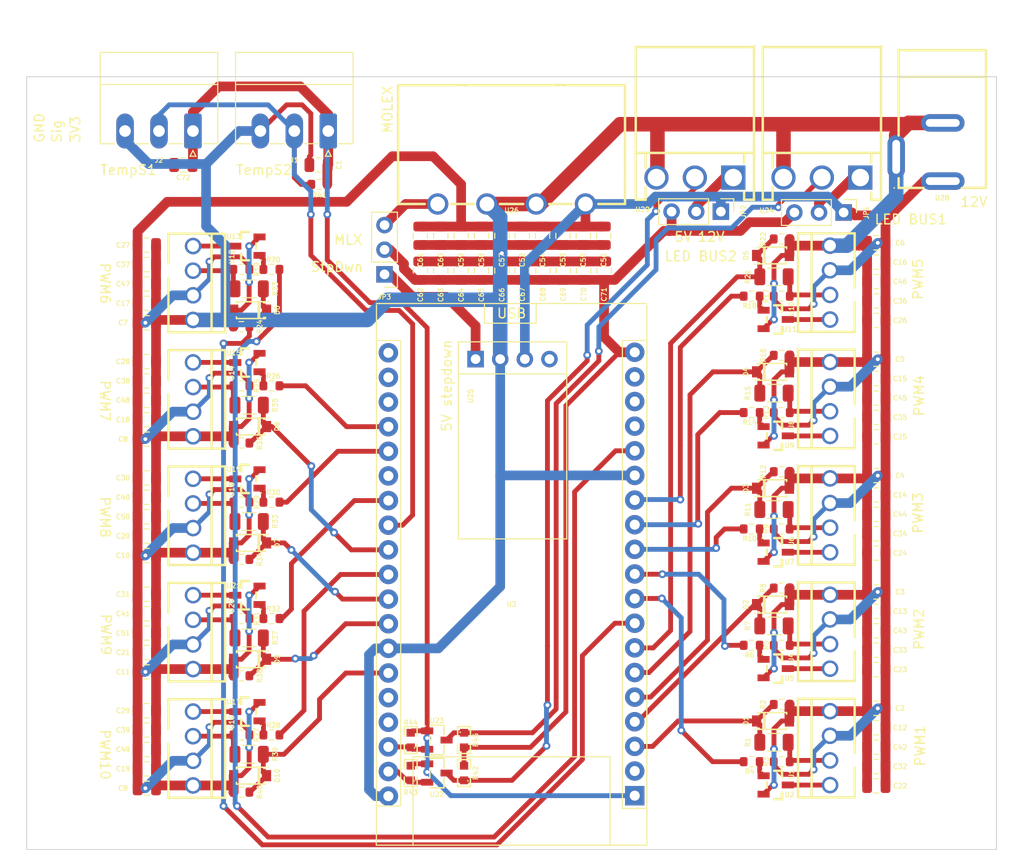
<source format=kicad_pcb>
(kicad_pcb (version 20221018) (generator pcbnew)
  (layers (0 "F.Cu" signal) (31 "B.Cu" signal) (34 "B.Paste" user) (35 "F.Paste" user) (36 "B.SilkS" user "B.Silkscreen") (37 "F.SilkS" user "F.Silkscreen") (38 "B.Mask" user) (39 "F.Mask" user) (44 "Edge.Cuts" user))
  (net 0 "")
  (net 1 "+3V3")
  (net 2 "GND")
  (net 3 "+12V")
  (net 4 "+5V")
  (net 5 "/FAN_Interface/TACH")
  (net 6 "/FAN_Interface1/TACH")
  (net 7 "/FAN_Interface2/TACH")
  (net 8 "/FAN_Interface3/TACH")
  (net 9 "/FAN_Interface4/TACH")
  (net 10 "/FAN_Interface5/TACH")
  (net 11 "/FAN_Interface7/TACH")
  (net 12 "/FAN_Interface6/TACH")
  (net 13 "/FAN_Interface8/TACH")
  (net 14 "/FAN_Interface9/TACH")
  (net 15 "Net-(J1-Pin_2)")
  (net 16 "Net-(JP1-C)")
  (net 17 "/FAN_Interface/DI_Tach/IN")
  (net 18 "Net-(R4-Pad1)")
  (net 19 "/FAN_Interface/PWM")
  (net 20 "/FAN_Interface1/DI_Tach/IN")
  (net 21 "Net-(R6-Pad1)")
  (net 22 "/FAN_Interface1/PWM")
  (net 23 "/FAN_Interface2/DI_Tach/IN")
  (net 24 "Net-(R10-Pad1)")
  (net 25 "/FAN_Interface2/PWM")
  (net 26 "/FAN_Interface3/DI_Tach/IN")
  (net 27 "Net-(R14-Pad1)")
  (net 28 "/FAN_Interface3/PWM")
  (net 29 "/FAN_Interface4/DI_Tach/IN")
  (net 30 "Net-(R18-Pad1)")
  (net 31 "/FAN_Interface4/PWM")
  (net 32 "/FAN_Interface5/DI_Tach/IN")
  (net 33 "Net-(R20-Pad1)")
  (net 34 "/FAN_Interface5/PWM")
  (net 35 "/FAN_Interface6/DI_Tach/IN")
  (net 36 "Net-(R26-Pad1)")
  (net 37 "/FAN_Interface6/PWM")
  (net 38 "/FAN_Interface9/DI_Tach/IN")
  (net 39 "Net-(R28-Pad1)")
  (net 40 "/FAN_Interface9/PWM")
  (net 41 "/FAN_Interface7/DI_Tach/IN")
  (net 42 "Net-(R30-Pad1)")
  (net 43 "/FAN_Interface7/PWM")
  (net 44 "/FAN_Interface8/DI_Tach/IN")
  (net 45 "Net-(R32-Pad1)")
  (net 46 "/FAN_Interface8/PWM")
  (net 47 "Net-(U22-D)")
  (net 48 "Net-(U22-S)")
  (net 49 "Net-(U23-S)")
  (net 50 "Net-(U23-D)")
  (net 51 "Net-(U1-Pad4)")
  (net 62 "Net-(U4-Pad4)")
  (net 63 "Net-(U6-Pad4)")
  (net 64 "Net-(U8-Pad4)")
  (net 65 "Net-(U10-Pad4)")
  (net 66 "Net-(U12-Pad4)")
  (net 67 "Net-(U14-Pad4)")
  (net 68 "Net-(U16-Pad4)")
  (net 69 "Net-(U18-Pad4)")
  (net 70 "Net-(U20-Pad4)")
  (net 71 "Net-(JP2-C)")
  (net 72 "Net-(JP3-A)")
  (net 73 "Net-(JP3-B)")
  (footprint "Capacitor_SMD:C_0805_2012Metric" (layer "F.Cu") (at 220.20997 49.629997 180)
    (fp_text reference "C6")
    (fp_text value "10u")
  )
  (footprint "3DS:SOD-123_L2.8-W1.8-LS3.7-RD" (layer "F.Cu") (at 209.55997 74.929997)
    (fp_text reference "D3")
    (fp_text value "BZT52C3V3")
  )
  (footprint "PwrConsMon:CONN-TH_47053-1000" (layer "F.Cu") (at 150.14003 101.770003 -90)
    (fp_text reference "U16")
    (fp_text value "Fan1")
  )
  (footprint "Connector_PinHeader_2.54mm:PinHeader_1x03_P2.54mm_Vertical" (layer "F.Cu") (at 204.180102 46.411989 -90)
    (fp_text reference "JP2")
    (fp_text value "Jumper_3_Open")
  )
  (footprint "Resistor_SMD:R_0603_1608Metric" (layer "F.Cu") (at 162.775 43.6 180)
    (fp_text reference "R41")
    (fp_text value "3k3")
  )
  (footprint "Connector_Phoenix_MC:PhoenixContact_MC_1,5_3-G-3.5_1x03_P3.50mm_Horizontal" (layer "F.Cu") (at 149.745 38.1 180)
    (fp_text reference "J2")
    (fp_text value "TempSensor2")
  )
  (footprint "Library:ESP32_STPDWN5V" (layer "F.Cu") (at 178.89 61.618 90)
    (fp_text reference "U25")
    (fp_text value "STPDWN3V3")
  )
  (footprint "Capacitor_SMD:C_0805_2012Metric" (layer "F.Cu") (at 220.20997 51.629997 180)
    (fp_text reference "C16")
    (fp_text value "10u")
  )
  (footprint "Capacitor_SMD:C_0805_2012Metric" (layer "F.Cu") (at 220.20997 57.629997 180)
    (fp_text reference "C26")
    (fp_text value "10u")
  )
  (footprint "Reg_v2.1:R0603" (layer "F.Cu") (at 177.7 104.3 90)
    (fp_text reference "R42")
    (fp_text value "0603WAF8201T5E")
  )
  (footprint "Capacitor_SMD:C_0805_2012Metric" (layer "F.Cu") (at 144.99003 101.870003)
    (fp_text reference "C49")
    (fp_text value "10u")
  )
  (footprint "MountingHole:MountingHole_3.2mm_M3_DIN965" (layer "F.Cu") (at 135 52.6)
    (fp_text reference "H2")
    (fp_text value "MountingHole")
  )
  (footprint "Capacitor_SMD:C_0805_2012Metric" (layer "F.Cu") (at 190.04 52.5 90)
    (fp_text reference "C70")
    (fp_text value "10u")
  )
  (footprint "Resistor_SMD:R_0603_1608Metric" (layer "F.Cu") (at 210.45997 97.229997)
    (fp_text reference "R2")
    (fp_text value "3k3")
  )
  (footprint "Capacitor_SMD:C_0805_2012Metric" (layer "F.Cu") (at 220.20997 79.629997 180)
    (fp_text reference "C34")
    (fp_text value "10u")
  )
  (footprint "MountingHole:MountingHole_3.2mm_M3_DIN965" (layer "F.Cu") (at 230.3 97.1)
    (fp_text reference "H4")
    (fp_text value "MountingHole")
  )
  (footprint "Capacitor_SMD:C_0805_2012Metric" (layer "F.Cu") (at 144.99003 105.870003)
    (fp_text reference "C9")
    (fp_text value "10u")
  )
  (footprint "Capacitor_SMD:C_0805_2012Metric" (layer "F.Cu") (at 192.1 48.9 -90)
    (fp_text reference "C56")
    (fp_text value "10u")
  )
  (footprint "Resistor_SMD:R_0603_1608Metric" (layer "F.Cu") (at 210.45997 49.229997)
    (fp_text reference "R22")
    (fp_text value "3k3")
  )
  (footprint "Capacitor_SMD:C_0805_2012Metric" (layer "F.Cu") (at 190 48.9 -90)
    (fp_text reference "C55")
    (fp_text value "10u")
  )
  (footprint "Reg_v2.1:SOT-23-3_L2.9-W1.3-P1.90-LS2.4-BR" (layer "F.Cu") (at 174.9 104.3 180)
    (fp_text reference "U22")
    (fp_text value "BSS138")
  )
  (footprint "Capacitor_SMD:C_0805_2012Metric" (layer "F.Cu") (at 220.20997 65.629997 180)
    (fp_text reference "C45")
    (fp_text value "10u")
  )
  (footprint "Capacitor_SMD:C_0805_2012Metric" (layer "F.Cu") (at 173.2 48.9 -90)
    (fp_text reference "C61")
    (fp_text value "10u")
  )
  (footprint "Capacitor_SMD:C_0805_2012Metric" (layer "F.Cu") (at 144.99003 51.870003)
    (fp_text reference "C37")
    (fp_text value "10u")
  )
  (footprint "Resistor_SMD:R_1206_3216Metric" (layer "F.Cu") (at 155.54003 54.370003)
    (fp_text reference "R23")
    (fp_text value "2k2")
  )
  (footprint "Resistor_SMD:R_1206_3216Metric" (layer "F.Cu") (at 209.65997 77.129997 180)
    (fp_text reference "R11")
    (fp_text value "2k2")
  )
  (footprint "Capacitor_SMD:C_0805_2012Metric" (layer "F.Cu") (at 144.99003 65.870003)
    (fp_text reference "C48")
    (fp_text value "10u")
  )
  (footprint "Resistor_SMD:R_0603_1608Metric" (layer "F.Cu") (at 157.84003 88.370003)
    (fp_text reference "R32")
    (fp_text value "3k3")
  )
  (footprint "Capacitor_SMD:C_0805_2012Metric" (layer "F.Cu") (at 144.99003 89.870003)
    (fp_text reference "C51")
    (fp_text value "10u")
  )
  (footprint "PwrConsMon:CONN-TH_47053-1000" (layer "F.Cu") (at 150.14003 65.770003 -90)
    (fp_text reference "U14")
    (fp_text value "Fan1")
  )
  (footprint "3DS:SOT-23-3_L2.9-W1.6-P1.90-LS2.8-TL" (layer "F.Cu") (at 155.363385 73.970003 180)
    (fp_text reference "U19")
    (fp_text value "BC847B,215")
  )
  (footprint "Capacitor_SMD:C_0805_2012Metric" (layer "F.Cu") (at 177.4 52.5 90)
    (fp_text reference "C64")
    (fp_text value "10u")
  )
  (footprint "Resistor_SMD:R_0603_1608Metric" (layer "F.Cu") (at 210.45997 73.229997)
    (fp_text reference "R12")
    (fp_text value "3k3")
  )
  (footprint "Reg_v2.1:CONN-TH_3P-P3.96_S3P-VH-LF-SN" (layer "F.Cu") (at 201.500102 37.311989 180)
    (fp_text reference "U29")
    (fp_text value "S3P-VH(LF)(SN)")
  )
  (footprint "Capacitor_SMD:C_0805_2012Metric" (layer "F.Cu") (at 220.20997 77.629997 180)
    (fp_text reference "C44")
    (fp_text value "10u")
  )
  (footprint "3DS:SOD-123_L2.8-W1.8-LS3.7-RD" (layer "F.Cu") (at 155.64003 104.570003 180)
    (fp_text reference "D10")
    (fp_text value "BZT52C3V3")
  )
  (footprint "3DS:SOD-123_L2.8-W1.8-LS3.7-RD" (layer "F.Cu") (at 155.64003 80.570003 180)
    (fp_text reference "D7")
    (fp_text value "BZT52C3V3")
  )
  (footprint "Capacitor_SMD:C_0805_2012Metric" (layer "F.Cu") (at 144.99003 73.870003)
    (fp_text reference "C30")
    (fp_text value "10u")
  )
  (footprint "Reg_v2.1:R0603" (layer "F.Cu") (at 177.7 100.9 -90)
    (fp_text reference "R45")
    (fp_text value "0603WAF8201T5E")
  )
  (footprint "Capacitor_SMD:C_0805_2012Metric" (layer "F.Cu") (at 175.3 52.5 90)
    (fp_text reference "C63")
    (fp_text value "10u")
  )
  (footprint "Resistor_SMD:R_0603_1608Metric" (layer "F.Cu") (at 207.35997 79.129997 180)
    (fp_text reference "R10")
    (fp_text value "3k3")
  )
  (footprint "Capacitor_SMD:C_0805_2012Metric" (layer "F.Cu") (at 220.20997 75.629997 180)
    (fp_text reference "C14")
    (fp_text value "10u")
  )
  (footprint "Reg_v2.1:SOT-23-3_L2.9-W1.3-P1.90-LS2.4-BR" (layer "F.Cu") (at 174.9 100.9 180)
    (fp_text reference "U23")
    (fp_text value "BSS138")
  )
  (footprint "Capacitor_SMD:C_0805_2012Metric" (layer "F.Cu") (at 144.99003 103.870003)
    (fp_text reference "C19")
    (fp_text value "10u")
  )
  (footprint "Resistor_SMD:R_1206_3216Metric" (layer "F.Cu") (at 155.54003 102.370003)
    (fp_text reference "R39")
    (fp_text value "2k2")
  )
  (footprint "3DS:SOT-23-3_L2.9-W1.6-P1.90-LS2.8-TL" (layer "F.Cu") (at 209.836615 57.529997)
    (fp_text reference "U11")
    (fp_text value "BC847B,215")
  )
  (footprint "Reg_v2.1:R0603" (layer "F.Cu") (at 172.2 100.9 90)
    (fp_text reference "R44")
    (fp_text value "0603WAF8201T5E")
  )
  (footprint "Capacitor_SMD:C_0805_2012Metric" (layer "F.Cu") (at 144.99003 61.870003)
    (fp_text reference "C28")
    (fp_text value "10u")
  )
  (footprint "Capacitor_SMD:C_0805_2012Metric" (layer "F.Cu") (at 220.20997 61.629997 180)
    (fp_text reference "C5")
    (fp_text value "10u")
  )
  (footprint "Resistor_SMD:R_0603_1608Metric" (layer "F.Cu") (at 154.74003 58.270003 180)
    (fp_text reference "R24")
    (fp_text value "3k3")
  )
  (footprint "3DS:SOT-23-3_L2.9-W1.6-P1.90-LS2.8-TL" (layer "F.Cu") (at 155.363385 97.970003 180)
    (fp_text reference "U17")
    (fp_text value "BC847B,215")
  )
  (footprint "PwrConsMon:CONN-TH_47053-1000" (layer "F.Cu") (at 215.05997 65.729997 90)
    (fp_text reference "U8")
    (fp_text value "Fan1")
  )
  (footprint "Reg_v2.1:R0603" (layer "F.Cu") (at 172.2 104.3 90)
    (fp_text reference "R43")
    (fp_text value "0603WAF8201T5E")
  )
  (footprint "Capacitor_SMD:C_0805_2012Metric" (layer "F.Cu") (at 144.99003 91.870003)
    (fp_text reference "C21")
    (fp_text value "10u")
  )
  (footprint "Resistor_SMD:R_1206_3216Metric" (layer "F.Cu") (at 155.54003 66.370003)
    (fp_text reference "R35")
    (fp_text value "2k2")
  )
  (footprint "Resistor_SMD:R_0603_1608Metric" (layer "F.Cu") (at 210.45997 91.129997)
    (fp_text reference "R5")
    (fp_text value "3k3")
  )
  (footprint "3DS:SOD-123_L2.8-W1.8-LS3.7-RD" (layer "F.Cu") (at 209.55997 50.929997)
    (fp_text reference "D5")
    (fp_text value "BZT52C3V3")
  )
  (footprint "3DS:SOD-123_L2.8-W1.8-LS3.7-RD" (layer "F.Cu") (at 209.55997 62.929997)
    (fp_text reference "D4")
    (fp_text value "BZT52C3V3")
  )
  (footprint "Capacitor_SMD:C_0805_2012Metric" (layer "F.Cu") (at 220.20997 67.629997 180)
    (fp_text reference "C35")
    (fp_text value "10u")
  )
  (footprint "Reg_v2.1:CONN-TH_M5082RK-04P" (layer "F.Cu") (at 182.6 39.5 180)
    (fp_text reference "U26")
    (fp_text value "M5082RK-04P")
  )
  (footprint "Resistor_SMD:R_1206_3216Metric" (layer "F.Cu") (at 209.65997 53.129997 180)
    (fp_text reference "R21")
    (fp_text value "2k2")
  )
  (footprint "Capacitor_SMD:C_0805_2012Metric" (layer "F.Cu") (at 220.20997 87.629997 180)
    (fp_text reference "C13")
    (fp_text value "10u")
  )
  (footprint "Resistor_SMD:R_0603_1608Metric" (layer "F.Cu") (at 207.35997 103.129997 180)
    (fp_text reference "R4")
    (fp_text value "3k3")
  )
  (footprint "Capacitor_SMD:C_0805_2012Metric" (layer "F.Cu") (at 175.3 48.9 -90)
    (fp_text reference "C60")
    (fp_text value "10u")
  )
  (footprint "Resistor_SMD:R_0603_1608Metric" (layer "F.Cu") (at 154.74003 64.370003 180)
    (fp_text reference "R25")
    (fp_text value "3k3")
  )
  (footprint "Capacitor_SMD:C_0805_2012Metric" (layer "F.Cu") (at 220.20997 55.629997 180)
    (fp_text reference "C36")
    (fp_text value "10u")
  )
  (footprint "Resistor_SMD:R_0603_1608Metric" (layer "F.Cu") (at 210.45997 61.229997)
    (fp_text reference "R16")
    (fp_text value "3k3")
  )
  (footprint "Resistor_SMD:R_0603_1608Metric" (layer "F.Cu") (at 154.74003 94.270003 180)
    (fp_text reference "R38")
    (fp_text value "3k3")
  )
  (footprint "Capacitor_SMD:C_0805_2012Metric" (layer "F.Cu") (at 144.99003 67.870003)
    (fp_text reference "C18")
    (fp_text value "10u")
  )
  (footprint "Capacitor_SMD:C_0805_2012Metric" (layer "F.Cu") (at 144.99003 49.870003)
    (fp_text reference "C27")
    (fp_text value "10u")
  )
  (footprint "Capacitor_SMD:C_0805_2012Metric" (layer "F.Cu") (at 220.20997 93.629997 180)
    (fp_text reference "C23")
    (fp_text value "10u")
  )
  (footprint "3DS:SOD-123_L2.8-W1.8-LS3.7-RD" (layer "F.Cu") (at 155.64003 68.570003 180)
    (fp_text reference "D8")
    (fp_text value "BZT52C3V3")
  )
  (footprint "Resistor_SMD:R_0603_1608Metric" (layer "F.Cu") (at 210.45997 55.129997)
    (fp_text reference "R17")
    (fp_text value "3k3")
  )
  (footprint "Capacitor_SMD:C_0805_2012Metric" (layer "F.Cu") (at 144.99003 85.870003)
    (fp_text reference "C31")
    (fp_text value "10u")
  )
  (footprint "PwrConsMon:CONN-TH_47053-1000" (layer "F.Cu") (at 215.05997 101.729997 90)
    (fp_text reference "U1")
    (fp_text value "Fan1")
  )
  (footprint "Capacitor_SMD:C_0805_2012Metric" (layer "F.Cu") (at 185.84 52.5 90)
    (fp_text reference "C68")
    (fp_text value "10u")
  )
  (footprint "Resistor_SMD:R_1206_3216Metric" (layer "F.Cu") (at 155.54003 90.370003)
    (fp_text reference "R37")
    (fp_text value "2k2")
  )
  (footprint "Capacitor_SMD:C_0805_2012Metric" (layer "F.Cu") (at 187.9 48.9 -90)
    (fp_text reference "C53")
    (fp_text value "10u")
  )
  (footprint "PwrConsMon:CONN-TH_47053-1000" (layer "F.Cu") (at 215.05997 89.729997 90)
    (fp_text reference "U4")
    (fp_text value "Fan1")
  )
  (footprint "Capacitor_SMD:C_0805_2012Metric" (layer "F.Cu") (at 187.94 52.5 90)
    (fp_text reference "C69")
    (fp_text value "10u")
  )
  (footprint "Resistor_SMD:R_0603_1608Metric" (layer "F.Cu") (at 207.35997 55.129997 180)
    (fp_text reference "R18")
    (fp_text value "3k3")
  )
  (footprint "3DS:SOT-23-3_L2.9-W1.6-P1.90-LS2.8-TL" (layer "F.Cu") (at 209.836615 81.529997)
    (fp_text reference "U7")
    (fp_text value "BC847B,215")
  )
  (footprint "Capacitor_SMD:C_0805_2012Metric" (layer "F.Cu") (at 220.20997 97.629997 180)
    (fp_text reference "C2")
    (fp_text value "10u")
  )
  (footprint "Capacitor_SMD:C_0805_2012Metric" (layer "F.Cu") (at 144.99003 69.870003)
    (fp_text reference "C8")
    (fp_text value "10u")
  )
  (footprint "Capacitor_SMD:C_0805_2012Metric" (layer "F.Cu") (at 144.99003 77.870003)
    (fp_text reference "C50")
    (fp_text value "10u")
  )
  (footprint "Resistor_SMD:R_0603_1608Metric" (layer "F.Cu") (at 210.45997 85.229997)
    (fp_text reference "R8")
    (fp_text value "3k3")
  )
  (footprint "Resistor_SMD:R_1206_3216Metric" (layer "F.Cu") (at 209.65997 89.129997 180)
    (fp_text reference "R7")
    (fp_text value "2k2")
  )
  (footprint "Capacitor_SMD:C_0805_2012Metric" (layer "F.Cu") (at 177.4 48.9 -90)
    (fp_text reference "C59")
    (fp_text value "10u")
  )
  (footprint "Resistor_SMD:R_0603_1608Metric" (layer "F.Cu") (at 154.74003 76.370003 180)
    (fp_text reference "R29")
    (fp_text value "3k3")
  )
  (footprint "Reg_v2:DC-IN-TH_DC-5520-1" (layer "F.Cu") (at 226.8865 36.8635 -90)
    (fp_text reference "U28")
    (fp_text value "DC-005_5_5-2_0MM")
  )
  (footprint "Connector_PinHeader_2.54mm:PinHeader_1x03_P2.54mm_Vertical" (layer "F.Cu") (at 169.5 52.88 180)
    (fp_text reference "JP3")
    (fp_text value "5V selector")
  )
  (footprint "PwrConsMon:CONN-TH_47053-1000" (layer "F.Cu") (at 150.14003 53.770003 -90)
    (fp_text reference "U12")
    (fp_text value "Fan1")
  )
  (footprint "Capacitor_SMD:C_0805_2012Metric" (layer "F.Cu") (at 181.6 52.5 90)
    (fp_text reference "C66")
    (fp_text value "10u")
  )
  (footprint "3DS:SOD-123_L2.8-W1.8-LS3.7-RD" (layer "F.Cu") (at 155.64003 92.570003 180)
    (fp_text reference "D9")
    (fp_text value "BZT52C3V3")
  )
  (footprint "Capacitor_SMD:C_0805_2012Metric" (layer "F.Cu") (at 220.20997 53.629997 180)
    (fp_text reference "C46")
    (fp_text value "10u")
  )
  (footprint "Capacitor_SMD:C_0805_2012Metric" (layer "F.Cu") (at 144.99003 57.870003)
    (fp_text reference "C7")
    (fp_text value "10u")
  )
  (footprint "Capacitor_SMD:C_0805_2012Metric" (layer "F.Cu") (at 179.5 48.9 -90)
    (fp_text reference "C58")
    (fp_text value "10u")
  )
  (footprint "Capacitor_SMD:C_0805_2012Metric" (layer "F.Cu") (at 144.99003 75.870003)
    (fp_text reference "C40")
    (fp_text value "10u")
  )
  (footprint "3DS:SOT-23-3_L2.9-W1.6-P1.90-LS2.8-TL" (layer "F.Cu") (at 209.836615 105.529997)
    (fp_text reference "U2")
    (fp_text value "BC847B,215")
  )
  (footprint "3DS:SOD-123_L2.8-W1.8-LS3.7-RD" (layer "F.Cu") (at 209.55997 98.929997)
    (fp_text reference "D1")
    (fp_text value "BZT52C3V3")
  )
  (footprint "Resistor_SMD:R_0603_1608Metric" (layer "F.Cu") (at 154.74003 88.370003 180)
    (fp_text reference "R31")
    (fp_text value "3k3")
  )
  (footprint "Capacitor_SMD:C_0805_2012Metric" (layer "F.Cu") (at 220.20997 91.629997 180)
    (fp_text reference "C33")
    (fp_text value "10u")
  )
  (footprint "Capacitor_SMD:C_0805_2012Metric" (layer "F.Cu") (at 179.49 52.5 90)
    (fp_text reference "C65")
    (fp_text value "10u")
  )
  (footprint "Capacitor_SMD:C_0805_2012Metric" (layer "F.Cu") (at 144.99003 81.870003)
    (fp_text reference "C10")
    (fp_text value "10u")
  )
  (footprint "Capacitor_SMD:C_0805_2012Metric" (layer "F.Cu") (at 220.20997 101.629997 180)
    (fp_text reference "C42")
    (fp_text value "10u")
  )
  (footprint "3DS:SOT-23-3_L2.9-W1.6-P1.90-LS2.8-TL" (layer "F.Cu") (at 155.363385 85.970003 180)
    (fp_text reference "U21")
    (fp_text value "BC847B,215")
  )
  (footprint "3DS:SOD-123_L2.8-W1.8-LS3.7-RD" (layer "F.Cu") (at 155.64003 56.570003 180)
    (fp_text reference "D6")
    (fp_text value "BZT52C3V3")
  )
  (footprint "Resistor_SMD:R_0603_1608Metric" (layer "F.Cu") (at 210.45997 67.129997)
    (fp_text reference "R13")
    (fp_text value "3k3")
  )
  (footprint "Resistor_SMD:R_1206_3216Metric" (layer "F.Cu") (at 155.54003 78.370003)
    (fp_text reference "R33")
    (fp_text value "2k2")
  )
  (footprint "Capacitor_SMD:C_0805_2012Metric" (layer "F.Cu") (at 220.20997 73.629997 180)
    (fp_text reference "C4")
    (fp_text value "10u")
  )
  (footprint "MountingHole:MountingHole_3.2mm_M3_DIN965" (layer "F.Cu") (at 135 97.1)
    (fp_text reference "H3")
    (fp_text value "MountingHole")
  )
  (footprint "3DS:SOT-23-3_L2.9-W1.6-P1.90-LS2.8-TL" (layer "F.Cu") (at 209.836615 93.529997)
    (fp_text reference "U5")
    (fp_text value "BC847B,215")
  )
  (footprint "PwrConsMon:CONN-TH_47053-1000" (layer "F.Cu") (at 150.14003 77.770003 -90)
    (fp_text reference "U18")
    (fp_text value "Fan1")
  )
  (footprint "Capacitor_SMD:C_0805_2012Metric" (layer "F.Cu") (at 220.20997 99.629997 180)
    (fp_text reference "C12")
    (fp_text value "10u")
  )
  (footprint "Capacitor_SMD:C_0805_2012Metric" (layer "F.Cu") (at 144.99003 97.870003)
    (fp_text reference "C29")
    (fp_text value "10u")
  )
  (footprint "PwrConsMon:CONN-TH_47053-1000" (layer "F.Cu") (at 150.14003 89.770003 -90)
    (fp_text reference "U20")
    (fp_text value "Fan1")
  )
  (footprint "3DS:SOT-23-3_L2.9-W1.6-P1.90-LS2.8-TL" (layer "F.Cu") (at 155.363385 61.970003 180)
    (fp_text reference "U15")
    (fp_text value "BC847B,215")
  )
  (footprint "Resistor_SMD:R_0603_1608Metric" (layer "F.Cu") (at 154.74003 100.370003 180)
    (fp_text reference "R27")
    (fp_text value "3k3")
  )
  (footprint "Resistor_SMD:R_0603_1608Metric" (layer "F.Cu") (at 157.84003 76.370003)
    (fp_text reference "R30")
    (fp_text value "3k3")
  )
  (footprint "Capacitor_SMD:C_0805_2012Metric" (layer "F.Cu") (at 162.7 41.6 180)
    (fp_text reference "C1")
    (fp_text value "10u")
  )
  (footprint "PwrConsMon:CONN-TH_47053-1000" (layer "F.Cu") (at 215.05997 77.729997 90)
    (fp_text reference "U6")
    (fp_text value "Fan1")
  )
  (footprint "Capacitor_SMD:C_0805_2012Metric" (layer "F.Cu") (at 144.99003 63.870003)
    (fp_text reference "C38")
    (fp_text value "10u")
  )
  (footprint "Resistor_SMD:R_0603_1608Metric" (layer "F.Cu") (at 157.84003 100.370003)
    (fp_text reference "R28")
    (fp_text value "3k3")
  )
  (footprint "Resistor_SMD:R_0603_1608Metric" (layer "F.Cu") (at 154.74003 70.270003 180)
    (fp_text reference "R36")
    (fp_text value "3k3")
  )
  (footprint "3DS:SOT-23-3_L2.9-W1.6-P1.90-LS2.8-TL" (layer "F.Cu") (at 155.363385 49.970003 180)
    (fp_text reference "U13")
    (fp_text value "BC847B,215")
  )
  (footprint "Capacitor_SMD:C_0805_2012Metric" (layer "F.Cu") (at 185.8 48.9 -90)
    (fp_text reference "C54")
    (fp_text value "10u")
  )
  (footprint "Capacitor_SMD:C_0805_2012Metric" (layer "F.Cu") (at 181.6 48.9 -90)
    (fp_text reference "C57")
    (fp_text value "10u")
  )
  (footprint "Capacitor_SMD:C_0805_2012Metric" (layer "F.Cu") (at 220.20997 103.629997 180)
    (fp_text reference "C32")
    (fp_text value "10u")
  )
  (footprint "MountingHole:MountingHole_3.2mm_M3_DIN965" (layer "F.Cu") (at 230.2 52.6)
    (fp_text reference "H1")
    (fp_text value "MountingHole")
  )
  (footprint "Resistor_SMD:R_0603_1608Metric" (layer "F.Cu") (at 207.35997 91.129997 180)
    (fp_text reference "R6")
    (fp_text value "3k3")
  )
  (footprint "Connector_Phoenix_MC:PhoenixContact_MC_1,5_3-G-3.5_1x03_P3.50mm_Horizontal" (layer "F.Cu") (at 163.7 38.1 180)
    (fp_text reference "J1")
    (fp_text value "TempSensor1")
  )
  (footprint "Resistor_SMD:R_0603_1608Metric" (layer "F.Cu") (at 154.74003 106.270003 180)
    (fp_text reference "R40")
    (fp_text value "3k3")
  )
  (footprint "Capacitor_SMD:C_0805_2012Metric" (layer "F.Cu") (at 183.7 52.5 90)
    (fp_text reference "C67")
    (fp_text value "10u")
  )
  (footprint "Capacitor_SMD:C_0805_2012Metric" (layer "F.Cu") (at 192.14 52.5 90)
    (fp_text reference "C71")
    (fp_text value "10u")
  )
  (footprint "Resistor_SMD:R_0603_1608Metric" (layer "F.Cu") (at 207.35997 67.129997 180)
    (fp_text reference "R14")
    (fp_text value "3k3")
  )
  (footprint "Capacitor_SMD:C_0805_2012Metric" (layer "F.Cu") (at 144.99003 53.870003)
    (fp_text reference "C47")
    (fp_text value "10u")
  )
  (footprint "Capacitor_SMD:C_0805_2012Metric" (layer "F.Cu") (at 144.99003 79.870003)
    (fp_text reference "C20")
    (fp_text value "10u")
  )
  (footprint "PwrConsMon:CONN-TH_47053-1000" (layer "F.Cu") (at 215.05997 53.729997 90)
    (fp_text reference "U10")
    (fp_text value "Fan1")
  )
  (footprint "Capacitor_SMD:C_0805_2012Metric" (layer "F.Cu") (at 144.99003 87.870003)
    (fp_text reference "C41")
    (fp_text value "10u")
  )
  (footprint "3DS:SOT-23-3_L2.9-W1.6-P1.90-LS2.8-TL" (layer "F.Cu") (at 209.836615 69.529997)
    (fp_text reference "U9")
    (fp_text value "BC847B,215")
  )
  (footprint "Resistor_SMD:R_1206_3216Metric" (layer "F.Cu") (at 209.65997 101.129997 180)
    (fp_text reference "R1")
    (fp_text value "2k2")
  )
  (footprint "Capacitor_SMD:C_0805_2012Metric" (layer "F.Cu") (at 220.20997 105.629997 180)
    (fp_text reference "C22")
    (fp_text value "10u")
  )
  (footprint "Capacitor_SMD:C_0805_2012Metric" (layer "F.Cu") (at 144.99003 93.870003)
    (fp_text reference "C11")
    (fp_text value "10u")
  )
  (footprint "Capacitor_SMD:C_0805_2012Metric" (layer "F.Cu") (at 148.75 41.6 180)
    (fp_text reference "C72")
    (fp_text value "10u")
  )
  (footprint "Resistor_SMD:R_0603_1608Metric" (layer "F.Cu") (at 154.74003 52.370003 180)
    (fp_text reference "R19")
    (fp_text value "3k3")
  )
  (footprint "Capacitor_SMD:C_0805_2012Metric" (layer "F.Cu") (at 220.20997 63.629997 180)
    (fp_text reference "C15")
    (fp_text value "10u")
  )
  (footprint "Resistor_SMD:R_0603_1608Metric" (layer "F.Cu") (at 154.74003 82.270003 180)
    (fp_text reference "R34")
    (fp_text value "3k3")
  )
  (footprint "Resistor_SMD:R_1206_3216Metric" (layer "F.Cu") (at 209.65997 65.129997 180)
    (fp_text reference "R15")
    (fp_text value "2k2")
  )
  (footprint "Capacitor_SMD:C_0805_2012Metric" (layer "F.Cu") (at 144.99003 99.870003)
    (fp_text reference "C39")
    (fp_text value "10u")
  )
  (footprint "Resistor_SMD:R_0603_1608Metric" (layer "F.Cu") (at 210.45997 79.129997)
    (fp_text reference "R9")
    (fp_text value "3k3")
  )
  (footprint "Capacitor_SMD:C_0805_2012Metric" (layer "F.Cu") (at 220.20997 85.629997 180)
    (fp_text reference "C3")
    (fp_text value "10u")
  )
  (footprint "3DS:SOD-123_L2.8-W1.8-LS3.7-RD" (layer "F.Cu") (at 209.55997 86.929997)
    (fp_text reference "D2")
    (fp_text value "BZT52C3V3")
  )
  (footprint "Resistor_SMD:R_0603_1608Metric" (layer "F.Cu") (at 210.45997 103.129997)
    (fp_text reference "R3")
    (fp_text value "3k3")
  )
  (footprint "Capacitor_SMD:C_0805_2012Metric" (layer "F.Cu") (at 220.20997 81.629997 180)
    (fp_text reference "C24")
    (fp_text value "10u")
  )
  (footprint "Capacitor_SMD:C_0805_2012Metric" (layer "F.Cu") (at 220.20997 89.629997 180)
    (fp_text reference "C43")
    (fp_text value "10u")
  )
  (footprint "Reg_v2.1:CONN-TH_3P-P3.96_S3P-VH-LF-SN" (layer "F.Cu") (at 214.600102 37.311989 180)
    (fp_text reference "U24")
    (fp_text value "S3P-VH(LF)(SN)")
  )
  (footprint "Resistor_SMD:R_0603_1608Metric" (layer "F.Cu") (at 157.84003 64.370003)
    (fp_text reference "R26")
    (fp_text value "3k3")
  )
  (footprint "Capacitor_SMD:C_0805_2012Metric" (layer "F.Cu") (at 144.99003 55.870003)
    (fp_text reference "C17")
    (fp_text value "10u")
  )
  (footprint "Resistor_SMD:R_0603_1608Metric" (layer "F.Cu") (at 157.84003 52.370003)
    (fp_text reference "R20")
    (fp_text value "3k3")
  )
  (footprint "Capacitor_SMD:C_0805_2012Metric" (layer "F.Cu") (at 220.20997 69.629997 180)
    (fp_text reference "C25")
    (fp_text value "10u")
  )
  (footprint "Connector_PinHeader_2.54mm:PinHeader_1x03_P2.54mm_Vertical" (layer "F.Cu") (at 216.84 46.5 -90)
    (fp_text reference "JP1")
    (fp_text value "Jumper_3_Open")
  )
  (footprint "Library:MODULE_ESP32-DEVKITC-32D" (layer "F.Cu") (at 182.6 87 180)
    (fp_text reference "U3")
    (fp_text value "ES32-DevKitC")
  )
  (footprint "Capacitor_SMD:C_0805_2012Metric" (layer "F.Cu") (at 173.2 52.5 90)
    (fp_text reference "C62")
    (fp_text value "10u")
  )
  (footprint "Capacitor_SMD:C_0805_2012Metric" (layer "F.Cu") (at 183.7 48.9 -90)
    (fp_text reference "C52")
    (fp_text value "10u")
  )
  (gr_rect (start 132.6 32.5) (end 232.6 112.2) (stroke (width 0.1)) (fill none) (layer "Edge.Cuts"))
  (gr_text "MLX" (at 164.2 49.9) (layer "F.SilkS") (effects (font (size 1 1)) (justify left bottom)))
  (gr_text "12V" (at 201.7 49.6) (layer "F.SilkS") (effects (font (size 1 1)) (justify left bottom)))
  (gr_text "PWM7" (at 140.1 63.7 270) (layer "F.SilkS") (effects (font (size 1 1)) (justify left bottom)))
  (gr_text "TempS2" (at 154.1 42.7) (layer "F.SilkS") (effects (font (size 1 1)) (justify left bottom)))
  (gr_text "PWM4" (at 225.2 67.6 90) (layer "F.SilkS") (effects (font (size 1 1)) (justify left bottom)))
  (gr_text "PWM6" (at 140.1 51.6 270) (layer "F.SilkS") (effects (font (size 1 1)) (justify left bottom)))
  (gr_text "5V" (at 199.3 49.6) (layer "F.SilkS") (effects (font (size 1 1)) (justify left bottom)))
  (gr_text "GND" (at 134.5 39.4 90) (layer "F.SilkS") (effects (font (size 1 1)) (justify left bottom)))
  (gr_text "PWM9" (at 140.2 87.8 270) (layer "F.SilkS") (effects (font (size 1 1)) (justify left bottom)))
  (gr_text "StpDwn" (at 161.8 52.7) (layer "F.SilkS") (effects (font (size 1 1)) (justify left bottom)))
  (gr_text "PWM8" (at 140.1 75.7 270) (layer "F.SilkS") (effects (font (size 1 1)) (justify left bottom)))
  (gr_text "LED BUS2" (at 198.3 51.6) (layer "F.SilkS") (effects (font (size 1 1)) (justify left bottom)))
  (gr_text "MOLEX" (at 170.4 38.4 90) (layer "F.SilkS") (effects (font (size 1 1)) (justify left bottom)))
  (gr_text "LED BUS1" (at 219.948718 47.8) (layer "F.SilkS") (effects (font (size 1 1)) (justify left bottom)))
  (gr_text "PWM1" (at 225.3 103.7 90) (layer "F.SilkS") (effects (font (size 1 1)) (justify left bottom)))
  (gr_text "TempS1" (at 140.1 42.7) (layer "F.SilkS") (effects (font (size 1 1)) (justify left bottom)))
  (gr_text "5V stepdown" (at 176.5 69.2 90) (layer "F.SilkS") (effects (font (size 1 1)) (justify left bottom)))
  (gr_text "PWM5" (at 225.1 55.6 90) (layer "F.SilkS") (effects (font (size 1 1)) (justify left bottom)))
  (gr_text "12V" (at 228.8 46) (layer "F.SilkS") (effects (font (size 1 1)) (justify left bottom)))
  (gr_text "Sig" (at 136.3 39.4 90) (layer "F.SilkS") (effects (font (size 1 1)) (justify left bottom)))
  (gr_text "3V3" (at 138.2 39.4 90) (layer "F.SilkS") (effects (font (size 1 1)) (justify left bottom)))
  (gr_text "PWM3" (at 225.1 79.7 90) (layer "F.SilkS") (effects (font (size 1 1)) (justify left bottom)))
  (gr_text "PWM2" (at 225.2 91.7 90) (layer "F.SilkS") (effects (font (size 1 1)) (justify left bottom)))
  (gr_text "PWM10" (at 140.1 99.7 270) (layer "F.SilkS") (effects (font (size 1 1)) (justify left bottom)))
  (segment (start 172.396596 99.950038) (end 172.2 100.146634) (width 0.5) (layer "F.Cu") (net 1))
  (segment (start 170.9 55.8) (end 168 55.8) (width 0.5) (layer "F.Cu") (net 1))
  (segment (start 173.9 99.950038) (end 172.396596 99.950038) (width 0.5) (layer "F.Cu") (net 1))
  (segment (start 172.396596 103.350038) (end 172.2 103.546634) (width 0.5) (layer "F.Cu") (net 1))
  (segment (start 163.7 38.1) (end 163.7 41.55) (width 1) (layer "F.Cu") (net 1))
  (segment (start 168 55.8) (end 167.5 55.3) (width 0.5) (layer "F.Cu") (net 1))
  (segment (start 172.9 57.4) (end 171.3 55.8) (width 0.5) (layer "F.Cu") (net 1))
  (segment (start 149.745 36.155) (end 152.4 33.5) (width 1) (layer "F.Cu") (net 1))
  (segment (start 160.8 33.5) (end 163.7 36.4) (width 1) (layer "F.Cu") (net 1))
  (segment (start 149.745 41.555) (end 149.7 41.6) (width 1) (layer "F.Cu") (net 1))
  (segment (start 152.4 33.5) (end 160.8 33.5) (width 1) (layer "F.Cu") (net 1))
  (segment (start 173.9 99.950038) (end 173.9 58.4) (width 0.5) (layer "F.Cu") (net 1))
  (segment (start 173.9 58.4) (end 172.9 57.4) (width 0.5) (layer "F.Cu") (net 1))
  (segment (start 163.6 41.65) (end 163.65 41.6) (width 1) (layer "F.Cu") (net 1))
  (segment (start 163.6 43.6) (end 163.6 41.65) (width 1) (layer "F.Cu") (net 1))
  (segment (start 163.6 51.4) (end 163.6 46.7) (width 0.5) (layer "F.Cu") (net 1))
  (segment (start 163.7 36.4) (end 163.7 38.1) (width 1) (layer "F.Cu") (net 1))
  (segment (start 149.745 38.1) (end 149.745 41.555) (width 1) (layer "F.Cu") (net 1))
  (segment (start 167.5 55.3) (end 163.6 51.4) (width 0.5) (layer "F.Cu") (net 1))
  (segment (start 173.9 104.2) (end 173.9 103.350038) (width 0.5) (layer "F.Cu") (net 1))
  (segment (start 171.3 55.8) (end 170.9 55.8) (width 0.5) (layer "F.Cu") (net 1))
  (segment (start 163.7 41.55) (end 163.65 41.6) (width 1) (layer "F.Cu") (net 1))
  (segment (start 173.9 100.7) (end 173.9 99.950038) (width 0.5) (layer "F.Cu") (net 1))
  (segment (start 149.745 38.1) (end 149.745 36.155) (width 1) (layer "F.Cu") (net 1))
  (segment (start 173.9 103.350038) (end 172.396596 103.350038) (width 0.5) (layer "F.Cu") (net 1))
  (via (at 173.9 100.7) (size 0.8) (drill 0.4) (layers "F.Cu" "B.Cu") (net 1))
  (via (at 173.9 104.2) (size 0.8) (drill 0.4) (layers "F.Cu" "B.Cu") (net 1))
  (via (at 163.6 46.7) (size 0.8) (drill 0.4) (layers "F.Cu" "B.Cu") (net 1))
  (segment (start 176.333 106.633) (end 173.9 104.2) (width 0.5) (layer "B.Cu") (net 1))
  (segment (start 173.9 104.2) (end 173.9 100.7) (width 0.5) (layer "B.Cu") (net 1))
  (segment (start 163.6 38.2) (end 163.7 38.1) (width 0.5) (layer "B.Cu") (net 1))
  (segment (start 195.3 106.633) (end 176.333 106.633) (width 0.5) (layer "B.Cu") (net 1))
  (segment (start 163.6 46.7) (end 163.6 38.2) (width 0.5) (layer "B.Cu") (net 1))
  (segment (start 210.7 37.4) (end 223.4 37.4) (width 1.5) (layer "F.Cu") (net 2))
  (segment (start 227.059906 37.263513) (end 223.536487 37.263513) (width 1.5) (layer "F.Cu") (net 2))
  (segment (start 185.574994 45.625006) (end 185.140005 45.625006) (width 1.5) (layer "F.Cu") (net 2))
  (segment (start 219.25997 61.629997) (end 219.25997 57.629997) (width 1) (layer "F.Cu") (net 2))
  (segment (start 215.43998 85.919989) (end 218.969978 85.919989) (width 1) (layer "F.Cu") (net 2))
  (segment (start 215.43998 73.919989) (end 218.969978 73.919989) (width 1) (layer "F.Cu") (net 2))
  (segment (start 215.43998 61.919989) (end 218.969978 61.919989) (width 1) (layer "F.Cu") (net 2))
  (segment (start 215.43998 49.919989) (end 218.969978 49.919989) (width 1) (layer "F.Cu") (net 2))
  (segment (start 149.76002 69.580011) (end 146.230022 69.580011) (width 1) (layer "F.Cu") (net 2))
  (segment (start 149.76002 57.580011) (end 146.230022 57.580011) (width 1) (layer "F.Cu") (net 2))
  (segment (start 149.76002 81.580011) (end 146.230022 81.580011) (width 1) (layer "F.Cu") (net 2))
  (segment (start 149.76002 105.580011) (end 146.230022 105.580011) (width 1) (layer "F.Cu") (net 2))
  (segment (start 149.76002 93.580011) (end 146.230022 93.580011) (width 1) (layer "F.Cu") (net 2))
  (segment (start 215.43998 97.919989) (end 218.969978 97.919989) (width 1) (layer "F.Cu") (net 2))
  (segment (start 210.640132 37.459868) (end 210.7 37.4) (width 1.5) (layer "F.Cu") (net 2))
  (segment (start 145.94003 61.870003) (end 145.94003 57.870003) (width 1) (layer "F.Cu") (net 2))
  (segment (start 197.8 37.4) (end 210.7 37.4) (width 1.5) (layer "F.Cu") (net 2))
  (segment (start 161.75 40.75) (end 161.9 40.6) (width 0.5) (layer "F.Cu") (net 2))
  (segment (start 219.25997 73.629997) (end 219.25997 69.629997) (width 1) (layer "F.Cu") (net 2))
  (segment (start 219.25997 93.629997) (end 219.25997 97.629997) (width 1) (layer "F.Cu") (net 2))
  (segment (start 223.4 37.4) (end 223.536487 37.263513) (width 1.5) (layer "F.Cu") (net 2))
  (segment (start 215.43998 85.919989) (end 211.262383 85.919989) (width 1) (layer "F.Cu") (net 2))
  (segment (start 215.43998 73.919989) (end 211.262383 73.919989) (width 1) (layer "F.Cu") (net 2))
  (segment (start 215.43998 61.919989) (end 211.262383 61.919989) (width 1) (layer "F.Cu") (net 2))
  (segment (start 149.76002 57.580011) (end 153.937617 57.580011) (width 1) (layer "F.Cu") (net 2))
  (segment (start 215.43998 49.919989) (end 211.262383 49.919989) (width 1) (layer "F.Cu") (net 2))
  (segment (start 149.76002 69.580011) (end 153.937617 69.580011) (width 1) (layer "F.Cu") (net 2))
  (segment (start 149.76002 81.580011) (end 153.937617 81.580011) (width 1) (layer "F.Cu") (net 2))
  (segment (start 149.76002 93.580011) (end 153.937617 93.580011) (width 1) (layer "F.Cu") (net 2))
  (segment (start 149.76002 105.580011) (end 153.937617 105.580011) (width 1) (layer "F.Cu") (net 2))
  (segment (start 215.43998 97.919989) (end 211.262383 97.919989) (width 1) (layer "F.Cu") (net 2))
  (segment (start 223.536487 37.263513) (end 222.9 37.9) (width 1.5) (layer "F.Cu") (net 2))
  (segment (start 209.536895 81.529997) (end 208.586933 82.479959) (width 0.5) (layer "F.Cu") (net 2))
  (segment (start 209.536895 93.529997) (end 208.586933 94.479959) (width 0.5) (layer "F.Cu") (net 2))
  (segment (start 209.536895 69.529997) (end 208.586933 70.479959) (width 0.5) (layer "F.Cu") (net 2))
  (segment (start 209.536895 57.529997) (end 208.586933 58.479959) (width 0.5) (layer "F.Cu") (net 2))
  (segment (start 155.663105 49.970003) (end 156.613067 49.020041) (width 0.5) (layer "F.Cu") (net 2))
  (segment (start 155.663105 73.970003) (end 156.613067 73.020041) (width 0.5) (layer "F.Cu") (net 2))
  (segment (start 155.663105 61.970003) (end 156.613067 61.020041) (width 0.5) (layer "F.Cu") (net 2))
  (segment (start 155.663105 85.970003) (end 156.613067 85.020041) (width 0.5) (layer "F.Cu") (net 2))
  (segment (start 155.663105 97.970003) (end 156.613067 97.020041) (width 0.5) (layer "F.Cu") (net 2))
  (segment (start 209.536895 105.529997) (end 208.586933 106.479959) (width 0.5) (layer "F.Cu") (net 2))
  (segment (start 147.8 41.6) (end 145.1 41.6) (width 0.5) (layer "F.Cu") (net 2))
  (segment (start 142.745 39.245) (end 142.745 38.1) (width 0.5) (layer "F.Cu") (net 2))
  (segment (start 192.1 49.85) (end 173.2 49.85) (width 1) (layer "F.Cu") (net 2))
  (segment (start 219.25997 81.629997) (end 219.25997 85.629997) (width 1) (layer "F.Cu") (net 2))
  (segment (start 209.65997 93.529997) (end 209.536895 93.529997) (width 0.5) (layer "F.Cu") (net 2))
  (segment (start 209.65997 81.529997) (end 209.536895 81.529997) (width 0.5) (layer "F.Cu") (net 2))
  (segment (start 209.65997 57.529997) (end 209.536895 57.529997) (width 0.5) (layer "F.Cu") (net 2))
  (segment (start 209.65997 69.529997) (end 209.536895 69.529997) (width 0.5) (layer "F.Cu") (net 2))
  (segment (start 155.54003 49.970003) (end 155.663105 49.970003) (width 0.5) (layer "F.Cu") (net 2))
  (segment (start 155.54003 61.970003) (end 155.663105 61.970003) (width 0.5) (layer "F.Cu") (net 2))
  (segment (start 155.54003 73.970003) (end 155.663105 73.970003) (width 0.5) (layer "F.Cu") (net 2))
  (segment (start 155.54003 85.970003) (end 155.663105 85.970003) (width 0.5) (layer "F.Cu") (net 2))
  (segment (start 155.54003 97.970003) (end 155.663105 97.970003) (width 0.5) (layer "F.Cu") (net 2))
  (segment (start 209.65997 105.529997) (end 209.536895 105.529997) (width 0.5) (layer "F.Cu") (net 2))
  (segment (start 210.45997 74.929997) (end 209.75997 75.629997) (width 0.5) (layer "F.Cu") (net 2))
  (segment (start 210.45997 86.929997) (end 209.75997 87.629997) (width 0.5) (layer "F.Cu") (net 2))
  (segment (start 210.45997 62.929997) (end 209.75997 63.629997) (width 0.5) (layer "F.Cu") (net 2))
  (segment (start 210.45997 50.929997) (end 209.75997 51.629997) (width 0.5) (layer "F.Cu") (net 2))
  (segment (start 154.74003 56.570003) (end 155.44003 55.870003) (width 0.5) (layer "F.Cu") (net 2))
  (segment (start 154.74003 80.570003) (end 155.44003 79.870003) (width 0.5) (layer "F.Cu") (net 2))
  (segment (start 154.74003 68.570003) (end 155.44003 67.870003) (width 0.5) (layer "F.Cu") (net 2))
  (segment (start 154.74003 92.570003) (end 155.44003 91.870003) (width 0.5) (layer "F.Cu") (net 2))
  (segment (start 154.74003 104.570003) (end 155.44003 103.870003) (width 0.5) (layer "F.Cu") (net 2))
  (segment (start 210.45997 98.929997) (end 209.75997 99.629997) (width 0.5) (layer "F.Cu") (net 2))
  (segment (start 222.259805 38.540195) (end 222.259805 40.763386) (width 1.5) (layer "F.Cu") (net 2))
  (segment (start 173.2 51.55) (end 192.14 51.55) (width 1) (layer "F.Cu") (net 2))
  (segment (start 161.9 40.6) (end 161.9 36.3) (width 0.5) (layer "F.Cu") (net 2))
  (segment (start 145.94003 81.870003) (end 145.94003 85.870003) (width 1) (layer "F.Cu") (net 2))
  (segment (start 161 35.4) (end 159.4 35.4) (width 0.5) (layer "F.Cu") (net 2))
  (segment (start 219.25997 85.629997) (end 219.25997 93.629997) (width 1) (layer "F.Cu") (net 2))
  (segment (start 219.25997 61.629997) (end 219.25997 69.629997) (width 1) (layer "F.Cu") (net 2))
  (segment (start 219.25997 73.629997) (end 219.25997 81.629997) (width 1) (layer "F.Cu") (net 2))
  (segment (start 219.25997 49.629997) (end 219.25997 57.629997) (width 1) (layer "F.Cu") (net 2))
  (segment (start 145.94003 69.870003) (end 145.94003 61.870003) (width 1) (layer "F.Cu") (net 2))
  (segment (start 145.94003 57.870003) (end 145.94003 49.870003) (width 1) (layer "F.Cu") (net 2))
  (segment (start 145.94003 81.870003) (end 145.94003 73.870003) (width 1) (layer "F.Cu") (net 2))
  (segment (start 145.94003 93.870003) (end 145.94003 85.870003) (width 1) (layer "F.Cu") (net 2))
  (segment (start 145.94003 105.870003) (end 145.94003 97.870003) (width 1) (layer "F.Cu") (net 2))
  (segment (start 219.25997 97.629997) (end 219.25997 105.629997) (width 1) (layer "F.Cu") (net 2))
  (segment (start 145.94003 93.870003) (end 145.94003 97.870003) (width 1) (layer "F.Cu") (net 2))
  (segment (start 211.252375 74.929997) (end 210.45997 74.929997) (width 0.5) (layer "F.Cu") (net 2))
  (segment (start 211.252375 86.929997) (end 210.45997 86.929997) (width 0.5) (layer "F.Cu") (net 2))
  (segment (start 211.252375 50.929997) (end 210.45997 50.929997) (width 0.5) (layer "F.Cu") (net 2))
  (segment (start 211.252375 62.929997) (end 210.45997 62.929997) (width 0.5) (layer "F.Cu") (net 2))
  (segment (start 153.947625 56.570003) (end 154.74003 56.570003) (width 0.5) (layer "F.Cu") (net 2))
  (segment (start 153.947625 68.570003) (end 154.74003 68.570003) (width 0.5) (layer "F.Cu") (net 2))
  (segment (start 153.947625 80.570003) (end 154.74003 80.570003) (width 0.5) (layer "F.Cu") (net 2))
  (segment (start 153.947625 92.570003) (end 154.74003 92.570003) (width 0.5) (layer "F.Cu") (net 2))
  (segment (start 153.947625 104.570003) (end 154.74003 104.570003) (width 0.5) (layer "F.Cu") (net 2))
  (segment (start 211.252375 98.929997) (end 210.45997 98.929997) (width 0.5) (layer "F.Cu") (net 2))
  (segment (start 159.4 35.4) (end 156.7 38.1) (width 0.5) (layer "F.Cu") (net 2))
  (segment (start 180.059995 45.625006) (end 185.140005 45.625006) (width 1.5) (layer "F.Cu") (net 2))
  (segment (start 193.8 37.4) (end 185.574994 45.625006) (width 1.5) (layer "F.Cu") (net 2))
  (segment (start 181.6 49.85) (end 181.6 51.55) (width 1) (layer "F.Cu") (net 2))
  (segment (start 209.75997 87.629997) (end 209.65997 87.729997) (width 0.5) (layer "F.Cu") (net 2))
  (segment (start 209.75997 75.629997) (end 209.65997 75.729997) (width 0.5) (layer "F.Cu") (net 2))
  (segment (start 209.75997 63.629997) (end 209.65997 63.729997) (width 0.5) (layer "F.Cu") (net 2))
  (segment (start 209.75997 51.629997) (end 209.65997 51.729997) (width 0.5) (layer "F.Cu") (net 2))
  (segment (start 155.44003 55.870003) (end 155.54003 55.770003) (width 0.5) (layer "F.Cu") (net 2))
  (segment (start 155.44003 79.870003) (end 155.54003 79.770003) (width 0.5) (layer "F.Cu") (net 2))
  (segment (start 155.44003 67.870003) (end 155.54003 67.770003) (width 0.5) (layer "F.Cu") (net 2))
  (segment (start 155.44003 91.870003) (end 155.54003 91.770003) (width 0.5) (layer "F.Cu") (net 2))
  (segment (start 155.44003 103.870003) (end 155.54003 103.770003) (width 0.5) (layer "F.Cu") (net 2))
  (segment (start 209.75997 99.629997) (end 209.65997 99.729997) (width 0.5) (layer "F.Cu") (net 2))
  (segment (start 197.640132 37.559868) (end 197.8 37.4) (width 1.5) (layer "F.Cu") (net 2))
  (segment (start 210.640132 42.9) (end 210.640132 37.459868) (width 1.5) (layer "F.Cu") (net 2))
  (segment (start 145.94003 69.870003) (end 145.94003 73.870003) (width 1) (layer "F.Cu") (net 2))
  (segment (start 222.9 37.9) (end 222.259805 38.540195) (width 1.5) (layer "F.Cu") (net 2))
  (segment (start 197.640132 42.9) (end 197.640132 37.559868) (width 1.5) (layer "F.Cu") (net 2))
  (segment (start 145.1 41.6) (end 142.745 39.245) (width 0.5) (layer "F.Cu") (net 2))
  (segment (start 218.969978 85.919989) (end 219.25997 85.629997) (width 1) (layer "F.Cu") (net 2))
  (segment (start 218.969978 61.919989) (end 219.25997 61.629997) (width 1) (layer "F.Cu") (net 2))
  (segment (start 218.969978 73.919989) (end 219.25997 73.629997) (width 1) (layer "F.Cu") (net 2))
  (segment (start 218.969978 49.919989) (end 219.25997 49.629997) (width 1) (layer "F.Cu") (net 2))
  (segment (start 146.230022 57.580011) (end 145.94003 57.870003) (width 1) (layer "F.Cu") (net 2))
  (segment (start 146.230022 69.580011) (end 145.94003 69.870003) (width 1) (layer "F.Cu") (net 2))
  (segment (start 146.230022 81.580011) (end 145.94003 81.870003) (width 1) (layer "F.Cu") (net 2))
  (segment (start 146.230022 93.580011) (end 145.94003 93.870003) (width 1) (layer "F.Cu") (net 2))
  (segment (start 146.230022 105.580011) (end 145.94003 105.870003) (width 1) (layer "F.Cu") (net 2))
  (segment (start 218.969978 97.919989) (end 219.25997 97.629997) (width 1) (layer "F.Cu") (net 2))
  (segment (start 211.252375 85.929997) (end 211.252375 85.262592) (width 1) (layer "F.Cu") (net 2))
  (segment (start 211.252375 61.929997) (end 211.252375 61.262592) (width 1) (layer "F.Cu") (net 2))
  (segment (start 211.252375 73.929997) (end 211.252375 73.262592) (width 1) (layer "F.Cu") (net 2))
  (segment (start 211.252375 49.929997) (end 211.252375 49.262592) (width 1) (layer "F.Cu") (net 2))
  (segment (start 153.947625 57.570003) (end 153.947625 58.237408) (width 1) (layer "F.Cu") (net 2))
  (segment (start 153.947625 69.570003) (end 153.947625 70.237408) (width 1) (layer "F.Cu") (net 2))
  (segment (start 153.947625 81.570003) (end 153.947625 82.237408) (width 1) (layer "F.Cu") (net 2))
  (segment (start 153.947625 105.570003) (end 153.947625 106.237408) (width 1) (layer "F.Cu") (net 2))
  (segment (start 153.947625 93.570003) (end 153.947625 94.237408) (width 1) (layer "F.Cu") (net 2))
  (segment (start 211.252375 97.929997) (end 211.252375 97.262592) (width 1) (layer "F.Cu") (net 2))
  (segment (start 161.9 36.3) (end 161 35.4) (width 0.5) (layer "F.Cu") (net 2))
  (segment (start 209.65997 75.729997) (end 209.65997 77.829997) (width 0.5) (layer "F.Cu") (net 2))
  (segment (start 209.65997 87.729997) (end 209.65997 89.829997) (width 0.5) (layer "F.Cu") (net 2))
  (segment (start 209.65997 63.729997) (end 209.65997 65.829997) (width 0.5) (layer "F.Cu") (net 2))
  (segment (start 209.65997 51.729997) (end 209.65997 53.829997) (width 0.5) (layer "F.Cu") (net 2))
  (segment (start 155.54003 55.770003) (end 155.54003 53.670003) (width 0.5) (layer "F.Cu") (net 2))
  (segment (start 155.54003 67.770003) (end 155.54003 65.670003) (width 0.5) (layer "F.Cu") (net 2))
  (segment (start 155.54003 79.770003) (end 155.54003 77.670003) (width 0.5) (layer "F.Cu") (net 2))
  (segment (start 155.54003 91.770003) (end 155.54003 89.670003) (width 0.5) (layer "F.Cu") (net 2))
  (segment (start 155.54003 103.770003) (end 155.54003 101.670003) (width 0.5) (layer "F.Cu") (net 2))
  (segment (start 209.65997 99.729997) (end 209.65997 101.829997) (width 0.5) (layer "F.Cu") (net 2))
  (segment (start 193.8 37.4) (end 197.8 37.4) (width 1.5) (layer "F.Cu") (net 2))
  (segment (start 211.262383 85.919989) (end 211.252375 85.929997) (width 1) (layer "F.Cu") (net 2))
  (segment (start 211.262383 73.919989) (end 211.252375 73.929997) (width 1) (layer "F.Cu") (net 2))
  (segment (start 211.262383 61.919989) (end 211.252375 61.929997) (width 1) (layer "F.Cu") (net 2))
  (segment (start 153.937617 57.580011) (end 153.947625 57.570003) (width 1) (layer "F.Cu") (net 2))
  (segment (start 211.262383 49.919989) (end 211.252375 49.929997) (width 1) (layer "F.Cu") (net 2))
  (segment (start 153.937617 69.580011) (end 153.947625 69.570003) (width 1) (layer "F.Cu") (net 2))
  (segment (start 153.937617 81.580011) (end 153.947625 81.570003) (width 1) (layer "F.Cu") (net 2))
  (segment (start 153.937617 105.580011) (end 153.947625 105.570003) (width 1) (layer "F.Cu") (net 2))
  (segment (start 153.937617 93.580011) (end 153.947625 93.570003) (width 1) (layer "F.Cu") (net 2))
  (segment (start 211.262383 97.919989) (end 211.252375 97.929997) (width 1) (layer "F.Cu") (net 2))
  (segment (start 161.75 41.6) (end 161.75 40.75) (width 0.5) (layer "F.Cu") (net 2))
  (segment (start 211.252375 86.929997) (end 211.252375 85.929997) (width 1) (layer "F.Cu") (net 2))
  (segment (start 211.252375 62.929997) (end 211.252375 61.929997) (width 1) (layer "F.Cu") (net 2))
  (segment (start 211.252375 74.929997) (end 211.252375 73.929997) (width 1) (layer "F.Cu") (net 2))
  (segment (start 211.252375 50.929997) (end 211.252375 49.929997) (width 1) (layer "F.Cu") (net 2))
  (segment (start 153.947625 56.570003) (end 153.947625 57.570003) (width 1) (layer "F.Cu") (net 2))
  (segment (start 153.947625 68.570003) (end 153.947625 69.570003) (width 1) (layer "F.Cu") (net 2))
  (segment (start 153.947625 80.570003) (end 153.947625 81.570003) (width 1) (layer "F.Cu") (net 2))
  (segment (start 153.947625 92.570003) (end 153.947625 93.570003) (width 1) (layer "F.Cu") (net 2))
  (segment (start 153.947625 104.570003) (end 153.947625 105.570003) (width 1) (layer "F.Cu") (net 2))
  (segment (start 211.252375 98.929997) (end 211.252375 97.929997) (width 1) (layer "F.Cu") (net 2))
  (segment (start 211.252375 85.262592) (end 211.28497 85.229997) (width 1) (layer "F.Cu") (net 2))
  (segment (start 211.252375 73.262592) (end 211.28497 73.229997) (width 1) (layer "F.Cu") (net 2))
  (segment (start 211.252375 61.262592) (end 211.28497 61.229997) (width 1) (layer "F.Cu") (net 2))
  (segment (start 211.252375 49.262592) (end 211.28497 49.229997) (width 1) (layer "F.Cu") (net 2))
  (segment (start 153.947625 70.237408) (end 153.91503 70.270003) (width 1) (layer "F.Cu") (net 2))
  (segment (start 153.947625 58.237408) (end 153.91503 58.270003) (width 1) (layer "F.Cu") (net 2))
  (segment (start 153.947625 82.237408) (end 153.91503 82.270003) (width 1) (layer "F.Cu") (net 2))
  (segment (start 153.947625 94.237408) (end 153.91503 94.270003) (width 1) (layer "F.Cu") (net 2))
  (segment (start 153.947625 106.237408) (end 153.91503 106.270003) (width 1) (layer "F.Cu") (net 2))
  (segment (start 211.252375 97.262592) (end 211.28497 97.229997) (width 1) (layer "F.Cu") (net 2))
  (via (at 155.54003 49.970003) (size 0.8) (drill 0.4) (layers "F.Cu" "B.Cu") (net 2))
  (via (at 209.65997 93.529997) (size 0.8) (drill 0.4) (layers "F.Cu" "B.Cu") (net 2))
  (via (at 209.65997 57.529997) (size 0.8) (drill 0.4) (layers "F.Cu" "B.Cu") (net 2))
  (via (at 209.65997 81.529997) (size 0.8) (drill 0.4) (layers "F.Cu" "B.Cu") (net 2))
  (via (at 155.54003 73.970003) (size 0.8) (drill 0.4) (layers "F.Cu" "B.Cu") (net 2))
  (via (at 155.54003 85.970003) (size 0.8) (drill 0.4) (layers "F.Cu" "B.Cu") (net 2))
  (via (at 209.65997 69.529997) (size 0.8) (drill 0.4) (layers "F.Cu" "B.Cu") (net 2))
  (via (at 155.54003 97.970003) (size 0.8) (drill 0.4) (layers "F.Cu" "B.Cu") (net 2))
  (via (at 155.54003 61.970003) (size 0.8) (drill 0.4) (layers "F.Cu" "B.Cu") (net 2))
  (via (at 209.65997 105.529997) (size 0.8) (drill 0.4) (layers "F.Cu" "B.Cu") (net 2))
  (via (at 209.65997 89.829997) (size 0.8) (drill 0.4) (layers "F.Cu" "B.Cu") (net 2))
  (via (at 209.65997 77.829997) (size 0.8) (drill 0.4) (layers "F.Cu" "B.Cu") (net 2))
  (via (at 209.65997 65.829997) (size 0.8) (drill 0.4) (layers "F.Cu" "B.Cu") (net 2))
  (via (at 155.54003 65.670003) (size 0.8) (drill 0.4) (layers "F.Cu" "B.Cu") (net 2))
  (via (at 155.54003 89.670003) (size 0.8) (drill 0.4) (layers "F.Cu" "B.Cu") (net 2))
  (via (at 155.54003 77.670003) (size 0.8) (drill 0.4) (layers "F.Cu" "B.Cu") (net 2))
  (via (at 155.54003 53.670003) (size 0.8) (drill 0.4) (layers "F.Cu" "B.Cu") (net 2))
  (via (at 209.65997 53.829997) (size 0.8) (drill 0.4) (layers "F.Cu" "B.Cu") (net 2))
  (via (at 155.54003 101.670003) (size 0.8) (drill 0.4) (layers "F.Cu" "B.Cu") (net 2))
  (via (at 209.65997 101.829997) (size 0.8) (drill 0.4) (layers "F.Cu" "B.Cu") (net 2))
  (via (at 181.6 50.7) (size 0.8) (drill 0.4) (layers "F.Cu" "B.Cu") (net 2))
  (segment (start 151.1 41.5) (end 151.1 47.9) (width 1) (layer "B.Cu") (net 2))
  (segment (start 168.555 91.445) (end 169.9 91.445) (width 1) (layer "B.Cu") (net 2))
  (segment (start 175.055 91.445) (end 181.43 85.07) (width 1) (layer "B.Cu") (net 2))
  (segment (start 181.517 73.613) (end 181.43 73.7) (width 1) (layer "B.Cu") (net 2))
  (segment (start 169.8 55.5) (end 180.93 55.5) (width 1.5) (layer "B.Cu") (net 2))
  (segment (start 195.3 73.613) (end 181.517 73.613) (width 1) (layer "B.Cu") (net 2))
  (segment (start 169.9 91.445) (end 175.055 91.445) (width 1) (layer "B.Cu") (net 2))
  (segment (start 181.43 61.618) (end 181.43 55) (width 1.5) (layer "B.Cu") (net 2))
  (segment (start 217.180011 49.919989) (end 222.259805 44.840195) (width 1.5) (layer "B.Cu") (net 2))
  (segment (start 215.43998 49.919989) (end 217.180011 49.919989) (width 1.5) (layer "B.Cu") (net 2))
  (segment (start 153.1 49.9) (end 153.1 57.380011) (width 1) (layer "B.Cu") (net 2))
  (segment (start 181.43 46.995011) (end 180.059995 45.625006) (width 1.5) (layer "B.Cu") (net 2))
  (segment (start 152.9 57.580011) (end 167.719989 57.580011) (width 1.5) (layer "B.Cu") (net 2))
  (segment (start 181.43 85.07) (end 181.43 73.7) (width 1) (layer "B.Cu") (net 2))
  (segment (start 169.9 106.685) (end 168.585 106.685) (width 1) (layer "B.Cu") (net 2))
  (segment (start 181.43 73.7) (end 181.43 61.618) (width 1) (layer "B.Cu") (net 2))
  (segment (start 153.1 57.380011) (end 152.9 57.580011) (width 1) (layer "B.Cu") (net 2))
  (segment (start 167.9 106) (end 167.9 92.1) (width 1) (layer "B.Cu") (net 2))
  (segment (start 168.585 106.685) (end 167.9 106) (width 1) (layer "B.Cu") (net 2))
  (segment (start 180.93 55.5) (end 181.43 55) (width 1.5) (layer "B.Cu") (net 2))
  (segment (start 145.2 41.5) (end 142.745 39.045) (width 1) (layer "B.Cu") (net 2))
  (segment (start 181.43 55) (end 181.43 46.995011) (width 1.5) (layer "B.Cu") (net 2))
  (segment (start 142.745 39.045) (end 142.745 38.1) (width 1) (layer "B.Cu") (net 2))
  (segment (start 222.259805 44.840195) (end 222.259805 40.763386) (width 1.5) (layer "B.Cu") (net 2))
  (segment (start 151.1 47.9) (end 153.1 49.9) (width 1) (layer "B.Cu") (net 2))
  (segment (start 151.1 41.5) (end 145.2 41.5) (width 1) (layer "B.Cu") (net 2))
  (segment (start 209.65997 77.829997) (end 209.65997 81.529997) (width 0.5) (layer "B.Cu") (net 2))
  (segment (start 209.65997 89.829997) (end 209.65997 93.529997) (width 0.5) (layer "B.Cu") (net 2))
  (segment (start 209.65997 53.829997) (end 209.65997 57.529997) (width 0.5) (layer "B.Cu") (net 2))
  (segment (start 209.65997 65.829997) (end 209.65997 69.529997) (width 0.5) (layer "B.Cu") (net 2))
  (segment (start 155.54003 53.670003) (end 155.54003 49.970003) (width 0.5) (layer "B.Cu") (net 2))
  (segment (start 155.54003 77.670003) (end 155.54003 73.970003) (width 0.5) (layer "B.Cu") (net 2))
  (segment (start 155.54003 65.670003) (end 155.54003 61.970003) (width 0.5) (layer "B.Cu") (net 2))
  (segment (start 155.54003 89.670003) (end 155.54003 85.970003) (width 0.5) (layer "B.Cu") (net 2))
  (segment (start 155.54003 101.670003) (end 155.54003 97.970003) (width 0.5) (layer "B.Cu") (net 2))
  (segment (start 209.65997 101.829997) (end 209.65997 105.529997) (width 0.5) (layer "B.Cu") (net 2))
  (segment (start 156.7 38.1) (end 154.5 38.1) (width 1) (layer "B.Cu") (net 2))
  (segment (start 167.719989 57.580011) (end 169.8 55.5) (width 1.5) (layer "B.Cu") (net 2))
  (segment (start 167.9 92.1) (end 168.555 91.445) (width 1) (layer "B.Cu") (net 2))
  (segment (start 149.76002 57.580011) (end 152.9 57.580011) (width 1.5) (layer "B.Cu") (net 2))
  (segment (start 154.5 38.1) (end 151.1 41.5) (width 1) (layer "B.Cu") (net 2))
  (segment (start 209.63497 79.504997) (end 210.35997 80.229997) (width 0.5) (layer "F.Cu") (net 3))
  (segment (start 209.63497 91.504997) (end 210.35997 92.229997) (width 0.5) (layer "F.Cu") (net 3))
  (segment (start 209.63497 67.504997) (end 210.35997 68.229997) (width 0.5) (layer "F.Cu") (net 3))
  (segment (start 209.63497 55.504997) (end 210.35997 56.229997) (width 0.5) (layer "F.Cu") (net 3))
  (segment (start 155.56503 51.995003) (end 154.84003 51.270003) (width 0.5) (layer "F.Cu") (net 3))
  (segment (start 155.56503 63.995003) (end 154.84003 63.270003) (width 0.5) (layer "F.Cu") (net 3))
  (segment (start 155.56503 87.995003) (end 154.84003 87.270003) (width 0.5) (layer "F.Cu") (net 3))
  (segment (start 155.56503 75.995003) (end 154.84003 75.270003) (width 0.5) (layer "F.Cu") (net 3))
  (segment (start 155.56503 99.995003) (end 154.84003 99.270003) (width 0.5) (layer "F.Cu") (net 3))
  (segment (start 209.63497 103.504997) (end 210.35997 104.229997) (width 0.5) (layer "F.Cu") (net 3))
  (segment (start 190.220015 47.729985) (end 190 47.95) (width 1) (layer "F.Cu") (net 3))
  (segment (start 221.15997 73.629997) (end 220.45997 73.629997) (width 1) (layer "F.Cu") (net 3))
  (segment (start 221.15997 85.629997) (end 220.45997 85.629997) (width 1) (layer "F.Cu") (net 3))
  (segment (start 221.15997 49.629997) (end 220.45997 49.629997) (width 1) (layer "F.Cu") (net 3))
  (segment (start 221.15997 61.629997) (end 220.45997 61.629997) (width 1) (layer "F.Cu") (net 3))
  (segment (start 144.04003 57.870003) (end 144.74003 57.870003) (width 1) (layer "F.Cu") (net 3))
  (segment (start 144.04003 81.870003) (end 144.74003 81.870003) (width 1) (layer "F.Cu") (net 3))
  (segment (start 144.04003 69.870003) (end 144.74003 69.870003) (width 1) (layer "F.Cu") (net 3))
  (segment (start 144.04003 93.870003) (end 144.74003 93.870003) (width 1) (layer "F.Cu") (net 3))
  (segment (start 144.04003 105.870003) (end 144.74003 105.870003) (width 1) (layer "F.Cu") (net 3))
  (segment (start 221.15997 97.629997) (end 220.45997 97.629997) (width 1) (layer "F.Cu") (net 3))
  (segment (start 225.136487 43.263513) (end 221.15997 47.24003) (width 1) (layer "F.Cu") (net 3))
  (segment (start 177.4 47.95) (end 177.4 43.6) (width 1) (layer "F.Cu") (net 3))
  (segment (start 144.04003 57.870003) (end 144.04003 61.870003) (width 1) (layer "F.Cu") (net 3))
  (segment (start 177.4 43.6) (end 174.5 40.7) (width 1) (layer "F.Cu") (net 3))
  (segment (start 218 46.8) (end 217.7 46.5) (width 1) (layer "F.Cu") (net 3))
  (segment (start 190.220015 45.625006) (end 190.220015 47.729985) (width 1) (layer "F.Cu") (net 3))
  (segment (start 211.25997 92.429997) (end 213.25997 92.429997) (width 0.5) (layer "F.Cu") (net 3))
  (segment (start 211.25997 80.429997) (end 213.25997 80.429997) (width 0.5) (layer "F.Cu") (net 3))
  (segment (start 211.25997 68.429997) (end 213.25997 68.429997) (width 0.5) (layer "F.Cu") (net 3))
  (segment (start 211.25997 56.429997) (end 213.25997 56.429997) (width 0.5) (layer "F.Cu") (net 3))
  (segment (start 153.94003 51.070003) (end 151.94003 51.070003) (width 0.5) (layer "F.Cu") (net 3))
  (segment (start 153.94003 63.070003) (end 151.94003 63.070003) (width 0.5) (layer "F.Cu") (net 3))
  (segment (start 153.94003 87.070003) (end 151.94003 87.070003) (width 0.5) (layer "F.Cu") (net 3))
  (segment (start 153.94003 75.070003) (end 151.94003 75.070003) (width 0.5) (layer "F.Cu") (net 3))
  (segment (start 153.94003 99.070003) (end 151.94003 99.070003) (width 0.5) (layer "F.Cu") (net 3))
  (segment (start 211.25997 104.429997) (end 213.25997 104.429997) (width 0.5) (layer "F.Cu") (net 3))
  (segment (start 210.35997 92.229997) (end 210.55997 92.429997) (width 0.5) (layer "F.Cu") (net 3))
  (segment (start 210.35997 80.229997) (end 210.55997 80.429997) (width 0.5) (layer "F.Cu") (net 3))
  (segment (start 210.35997 68.229997) (end 210.55997 68.429997) (width 0.5) (layer "F.Cu") (net 3))
  (segment (start 210.35997 56.229997) (end 210.55997 56.429997) (width 0.5) (layer "F.Cu") (net 3))
  (segment (start 154.84003 51.270003) (end 154.64003 51.070003) (width 0.5) (layer "F.Cu") (net 3))
  (segment (start 154.84003 63.270003) (end 154.64003 63.070003) (width 0.5) (layer "F.Cu") (net 3))
  (segment (start 154.84003 87.270003) (end 154.64003 87.070003) (width 0.5) (layer "F.Cu") (net 3))
  (segment (start 154.84003 75.270003) (end 154.64003 75.070003) (width 0.5) (layer "F.Cu") (net 3))
  (segment (start 154.84003 99.270003) (end 154.64003 99.070003) (width 0.5) (layer "F.Cu") (net 3))
  (segment (start 210.35997 104.229997) (end 210.55997 104.429997) (width 0.5) (layer "F.Cu") (net 3))
  (segment (start 144.04003 85.870003) (end 144.04003 86.6) (width 1) (layer "F.Cu") (net 3))
  (segment (start 221.15997 97.629997) (end 221.15997 93.629997) (width 1) (layer "F.Cu") (net 3))
  (segment (start 218 46.8) (end 220.71994 46.8) (width 1) (layer "F.Cu") (net 3))
  (segment (start 165.6 45.4) (end 147.1 45.4) (width 1) (layer "F.Cu") (net 3))
  (segment (start 170.3 40.7) (end 165.6 45.4) (width 1) (layer "F.Cu") (net 3))
  (segment (start 227.059906 43.263513) (end 225.136487 43.263513) (width 1) (layer "F.Cu") (net 3))
  (segment (start 213.25997 80.429997) (end 213.75997 79.929997) (width 0.5) (layer "F.Cu") (net 3))
  (segment (start 213.25997 92.429997) (end 213.75997 91.929997) (width 0.5) (layer "F.Cu") (net 3))
  (segment (start 213.25997 68.429997) (end 213.75997 67.929997) (width 0.5) (layer "F.Cu") (net 3))
  (segment (start 213.25997 56.429997) (end 213.75997 55.929997) (width 0.5) (layer "F.Cu") (net 3))
  (segment (start 151.94003 51.070003) (end 151.44003 51.570003) (width 0.5) (layer "F.Cu") (net 3))
  (segment (start 151.94003 63.070003) (end 151.44003 63.570003) (width 0.5) (layer "F.Cu") (net 3))
  (segment (start 151.94003 87.070003) (end 151.44003 87.570003) (width 0.5) (layer "F.Cu") (net 3))
  (segment (start 151.94003 75.070003) (end 151.44003 75.570003) (width 0.5) (layer "F.Cu") (net 3))
  (segment (start 151.94003 99.070003) (end 151.44003 99.570003) (width 0.5) (layer "F.Cu") (net 3))
  (segment (start 213.25997 104.429997) (end 213.75997 103.929997) (width 0.5) (layer "F.Cu") (net 3))
  (segment (start 217.7 46.5) (end 216.84 46.5) (width 1) (layer "F.Cu") (net 3))
  (segment (start 144.04003 69.870003) (end 144.04003 73.870003) (width 1) (layer "F.Cu") (net 3))
  (segment (start 210.55997 80.429997) (end 211.25997 80.429997) (width 0.5) (layer "F.Cu") (net 3))
  (segment (start 210.55997 92.429997) (end 211.25997 92.429997) (width 0.5) (layer "F.Cu") (net 3))
  (segment (start 210.55997 68.429997) (end 211.25997 68.429997) (width 0.5) (layer "F.Cu") (net 3))
  (segment (start 154.64003 51.070003) (end 153.94003 51.070003) (width 0.5) (layer "F.Cu") (net 3))
  (segment (start 210.55997 56.429997) (end 211.25997 56.429997) (width 0.5) (layer "F.Cu") (net 3))
  (segment (start 154.64003 63.070003) (end 153.94003 63.070003) (width 0.5) (layer "F.Cu") (net 3))
  (segment (start 154.64003 75.070003) (end 153.94003 75.070003) (width 0.5) (layer "F.Cu") (net 3))
  (segment (start 154.64003 87.070003) (end 153.94003 87.070003) (width 0.5) (layer "F.Cu") (net 3))
  (segment (start 154.64003 99.070003) (end 153.94003 99.070003) (width 0.5) (layer "F.Cu") (net 3))
  (segment (start 210.55997 104.429997) (end 211.25997 104.429997) (width 0.5) (layer "F.Cu") (net 3))
  (segment (start 144.04003 93.870003) (end 144.04003 97.870003) (width 1) (layer "F.Cu") (net 3))
  (segment (start 221.15997 81.629997) (end 221.15997 85.629997) (width 1) (layer "F.Cu") (net 3))
  (segment (start 209.63497 91.129997) (end 209.63497 91.504997) (width 0.5) (layer "F.Cu") (net 3))
  (segment (start 209.63497 79.129997) (end 209.63497 79.504997) (width 0.5) (layer "F.Cu") (net 3))
  (segment (start 209.63497 67.129997) (end 209.63497 67.504997) (width 0.5) (layer "F.Cu") (net 3))
  (segment (start 209.63497 55.129997) (end 209.63497 55.504997) (width 0.5) (layer "F.Cu") (net 3))
  (segment (start 155.56503 52.370003) (end 155.56503 51.995003) (width 0.5) (layer "F.Cu") (net 3))
  (segment (start 155.56503 64.370003) (end 155.56503 63.995003) (width 0.5) (layer "F.Cu") (net 3))
  (segment (start 155.56503 76.370003) (end 155.56503 75.995003) (width 0.5) (layer "F.Cu") (net 3))
  (segment (start 155.56503 88.370003) (end 155.56503 87.995003) (width 0.5) (layer "F.Cu") (net 3))
  (segment (start 155.56503 100.370003) (end 155.56503 99.995003) (width 0.5) (layer "F.Cu") (net 3))
  (segment (start 209.63497 103.129997) (end 209.63497 103.504997) (width 0.5) (layer "F.Cu") (net 3))
  (segment (start 221.15997 93.629997) (end 221.15997 85.629997) (width 1) (layer "F.Cu") (net 3))
  (segment (start 221.15997 81.629997) (end 221.15997 73.629997) (width 1) (layer "F.Cu") (net 3))
  (segment (start 221.15997 69.629997) (end 221.15997 61.629997) (width 1) (layer "F.Cu") (net 3))
  (segment (start 221.15997 57.629997) (end 221.15997 49.629997) (width 1) (layer "F.Cu") (net 3))
  (segment (start 144.04003 49.870003) (end 144.04003 57.870003) (width 1) (layer "F.Cu") (net 3))
  (segment (start 221.15997 105.629997) (end 221.15997 97.629997) (width 1) (layer "F.Cu") (net 3))
  (segment (start 144.04003 61.870003) (end 144.04003 69.870003) (width 1) (layer "F.Cu") (net 3))
  (segment (start 144.04003 73.870003) (end 144.04003 81.870003) (width 1) (layer "F.Cu") (net 3))
  (segment (start 144.04003 97.870003) (end 144.04003 105.870003) (width 1) (layer "F.Cu") (net 3))
  (segment (start 220.71994 46.8) (end 221.15997 47.24003) (width 1) (layer "F.Cu") (net 3))
  (segment (start 221.15997 69.629997) (end 221.15997 73.629997) (width 1) (layer "F.Cu") (net 3))
  (segment (start 221.15997 57.629997) (end 221.15997 61.629997) (width 1) (layer "F.Cu") (net 3))
  (segment (start 173.2 47.95) (end 192.1 47.95) (width 1) (layer "F.Cu") (net 3))
  (segment (start 174.5 40.7) (end 170.3 40.7) (width 1) (layer "F.Cu") (net 3))
  (segment (start 147.1 45.4) (end 144.04003 48.45997) (width 1) (layer "F.Cu") (net 3))
  (segment (start 221.15997 47.24003) (end 221.15997 49.629997) (width 1) (layer "F.Cu") (net 3))
  (segment (start 144.04003 48.45997) (end 144.04003 49.870003) (width 1) (layer "F.Cu") (net 3))
  (segment (start 144.04003 81.870003) (end 144.04003 86.6) (width 1) (layer "F.Cu") (net 3))
  (segment (start 144.04003 86.6) (end 144.04003 93.870003) (width 1) (layer "F.Cu") (net 3))
  (via (at 151.44003 51.570003) (size 0.8) (drill 0.4) (layers "F.Cu" "B.Cu") (net 3))
  (via (at 213.75997 91.929997) (size 0.8) (drill 0.4) (layers "F.Cu" "B.Cu") (net 3))
  (via (at 151.44003 63.570003) (size 0.8) (drill 0.4) (layers "F.Cu" "B.Cu") (net 3))
  (via (at 151.44003 75.570003) (size 0.8) (drill 0.4) (layers "F.Cu" "B.Cu") (net 3))
  (via (at 213.75997 55.929997) (size 0.8) (drill 0.4) (layers "F.Cu" "B.Cu") (net 3))
  (via (at 151.44003 87.570003) (size 0.8) (drill 0.4) (layers "F.Cu" "B.Cu") (net 3))
  (via (at 213.75997 67.929997) (size 0.8) (drill 0.4) (layers "F.Cu" "B.Cu") (net 3))
  (via (at 151.44003 99.570003) (size 0.8) (drill 0.4) (layers "F.Cu" "B.Cu") (net 3))
  (via (at 213.75997 79.929997) (size 0.8) (drill 0.4) (layers "F.Cu" "B.Cu") (net 3))
  (via (at 213.75997 103.929997) (size 0.8) (drill 0.4) (layers "F.Cu" "B.Cu") (net 3))
  (via (at 220.35997 85.629997) (size 0.8) (drill 0.4) (layers "F.Cu" "B.Cu") (net 3))
  (via (at 144.84003 105.870003) (size 0.8) (drill 0.4) (layers "F.Cu" "B.Cu") (net 3))
  (via (at 144.84003 69.870003) (size 0.8) (drill 0.4) (layers "F.Cu" "B.Cu") (net 3))
  (via (at 220.35997 49.629997) (size 0.8) (drill 0.4) (layers "F.Cu" "B.Cu") (net 3))
  (via (at 220.35997 61.629997) (size 0.8) (drill 0.4) (layers "F.Cu" "B.Cu") (net 3))
  (via (at 144.84003 81.870003) (size 0.8) (drill 0.4) (layers "F.Cu" "B.Cu") (net 3))
  (via (at 144.84003 93.870003) (size 0.8) (drill 0.4) (layers "F.Cu" "B.Cu") (net 3))
  (via (at 220.35997 73.629997) (size 0.8) (drill 0.4) (layers "F.Cu" "B.Cu") (net 3))
  (via (at 144.84003 57.870003) (size 0.8) (drill 0.4) (layers "F.Cu" "B.Cu") (net 3))
  (via (at 220.35997 97.629997) (size 0.8) (drill 0.4) (layers "F.Cu" "B.Cu") (net 3))
  (segment (start 204.180102 44.881887) (end 204.2 44.861989) (width 1) (layer "B.Cu") (net 3))
  (segment (start 217.529973 88.459994) (end 220.35997 85.629997) (width 1) (layer "B.Cu") (net 3))
  (segment (start 217.529973 76.459994) (end 220.35997 73.629997) (width 1) (layer "B.Cu") (net 3))
  (segment (start 217.529973 64.459994) (end 220.35997 61.629997) (width 1) (layer "B.Cu") (net 3))
  (segment (start 217.529973 52.459994) (end 220.35997 49.629997) (width 1) (layer "B.Cu") (net 3))
  (segment (start 147.670027 55.040006) (end 144.84003 57.870003) (width 1) (layer "B.Cu") (net 3))
  (segment (start 147.670027 67.040006) (end 144.84003 69.870003) (width 1) (layer "B.Cu") (net 3))
  (segment (start 147.670027 79.040006) (end 144.84003 81.870003) (width 1) (layer "B.Cu") (net 3))
  (segment (start 147.670027 91.040006) (end 144.84003 93.870003) (width 1) (layer "B.Cu") (net 3))
  (segment (start 147.670027 103.040006) (end 144.84003 105.870003) (width 1) (layer "B.Cu") (net 3))
  (segment (start 217.529973 100.459994) (end 220.35997 97.629997) (width 1) (layer "B.Cu") (net 3))
  (segment (start 196.674994 45.625006) (end 197.438011 44.861989) (width 1) (layer "B.Cu") (net 3))
  (segment (start 183.97 61.618) (end 183.97 51.875021) (width 1) (layer "B.Cu") (net 3))
  (segment (start 213.75997 79.929997) (end 213.75997 78.140004) (width 0.5) (layer "B.Cu") (net 3))
  (segment (start 213.75997 91.929997) (end 213.75997 90.140004) (width 0.5) (layer "B.Cu") (net 3))
  (segment (start 213.75997 67.929997) (end 213.75997 66.140004) (width 0.5) (layer "B.Cu") (net 3))
  (segment (start 213.75997 55.929997) (end 213.75997 54.140004) (width 0.5) (layer "B.Cu") (net 3))
  (segment (start 151.44003 51.570003) (end 151.44003 53.359996) (width 0.5) (layer "B.Cu") (net 3))
  (segment (start 151.44003 63.570003) (end 151.44003 65.359996) (width 0.5) (layer "B.Cu") (net 3))
  (segment (start 151.44003 75.570003) (end 151.44003 77.359996) (width 0.5) (layer "B.Cu") (net 3))
  (segment (start 151.44003 87.570003) (end 151.44003 89.359996) (width 0.5) (layer "B.Cu") (net 3))
  (segment (start 151.44003 99.570003) (end 151.44003 101.359996) (width 0.5) (layer "B.Cu") (net 3))
  (segment (start 213.75997 103.929997) (end 213.75997 102.140004) (width 0.5) (layer "B.Cu") (net 3))
  (segment (start 183.97 51.875021) (end 190.220015 45.625006) (width 1) (layer "B.Cu") (net 3))
  (segment (start 213.75997 90.140004) (end 215.43998 88.459994) (width 0.5) (layer "B.Cu") (net 3))
  (segment (start 213.75997 78.140004) (end 215.43998 76.459994) (width 0.5) (layer "B.Cu") (net 3))
  (segment (start 213.75997 66.140004) (end 215.43998 64.459994) (width 0.5) (layer "B.Cu") (net 3))
  (segment (start 213.75997 54.140004) (end 215.43998 52.459994) (width 0.5) (layer "B.Cu") (net 3))
  (segment (start 151.44003 53.359996) (end 149.76002 55.040006) (width 0.5) (layer "B.Cu") (net 3))
  (segment (start 151.44003 65.359996) (end 149.76002 67.040006) (width 0.5) (layer "B.Cu") (net 3))
  (segment (start 151.44003 77.359996) (end 149.76002 79.040006) (width 0.5) (layer "B.Cu") (net 3))
  (segment (start 151.44003 89.359996) (end 149.76002 91.040006) (width 0.5) (layer "B.Cu") (net 3))
  (segment (start 151.44003 101.359996) (end 149.76002 103.040006) (width 0.5) (layer "B.Cu") (net 3))
  (segment (start 213.75997 102.140004) (end 215.43998 100.459994) (width 0.5) (layer "B.Cu") (net 3))
  (segment (start 215.201989 44.861989) (end 216.84 46.5) (width 1) (layer "B.Cu") (net 3))
  (segment (start 204.180102 46.411989) (end 204.180102 44.881887) (width 1) (layer "B.Cu") (net 3))
  (segment (start 190.220015 45.625006) (end 196.674994 45.625006) (width 1) (layer "B.Cu") (net 3))
  (segment (start 204.2 44.861989) (end 215.201989 44.861989) (width 1) (layer "B.Cu") (net 3))
  (segment (start 197.438011 44.861989) (end 204.2 44.861989) (width 1) (layer "B.Cu") (net 3))
  (segment (start 215.43998 76.459994) (end 217.529973 76.459994) (width 1) (layer "B.Cu") (net 3))
  (segment (start 215.43998 88.459994) (end 217.529973 88.459994) (width 1) (layer "B.Cu") (net 3))
  (segment (start 215.43998 52.459994) (end 217.529973 52.459994) (width 1) (layer "B.Cu") (net 3))
  (segment (start 215.43998 64.459994) (end 217.529973 64.459994) (width 1) (layer "B.Cu") (net 3))
  (segment (start 149.76002 55.040006) (end 147.670027 55.040006) (width 1) (layer "B.Cu") (net 3))
  (segment (start 149.76002 67.040006) (end 147.670027 67.040006) (width 1) (layer "B.Cu") (net 3))
  (segment (start 149.76002 79.040006) (end 147.670027 79.040006) (width 1) (layer "B.Cu") (net 3))
  (segment (start 149.76002 91.040006) (end 147.670027 91.040006) (width 1) (layer "B.Cu") (net 3))
  (segment (start 149.76002 103.040006) (end 147.670027 103.040006) (width 1) (layer "B.Cu") (net 3))
  (segment (start 215.43998 100.459994) (end 217.529973 100.459994) (width 1) (layer "B.Cu") (net 3))
  (segment (start 177.7 101.653366) (end 184.546634 101.653366) (width 0.5) (layer "F.Cu") (net 4))
  (segment (start 198.9 48.4) (end 206.2 48.4) (width 1) (layer "F.Cu") (net 4))
  (segment (start 172.65 53.45) (end 173.2 53.45) (width 1) (layer "F.Cu") (net 4))
  (segment (start 199.100102 48.199898) (end 198.9 48.4) (width 1) (layer "F.Cu") (net 4))
  (segment (start 198.3 48.4) (end 198.9 48.4) (width 1) (layer "F.Cu") (net 4))
  (segment (start 171.5 51.78) (end 171.5 52.3) (width 1) (layer "F.Cu") (net 4))
  (segment (start 170.06 50.34) (end 171.5 51.78) (width 1) (layer "F.Cu") (net 4))
  (segment (start 177.7 101.653366) (end 177.7 103.546634) (width 0.5) (layer "F.Cu") (net 4))
  (segment (start 210.76 47.5) (end 211.76 46.5) (width 1) (layer "F.Cu") (net 4))
  (segment (start 193.25 53.45) (end 198.3 48.4) (width 1) (layer "F.Cu") (net 4))
  (segment (start 193.713 60.913) (end 192.14 59.34) (width 1) (layer "F.Cu") (net 4))
  (segment (start 195.3 60.913) (end 193.713 60.913) (width 1) (layer "F.Cu") (net 4))
  (segment (start 169.5 50.34) (end 170.06 50.34) (width 1) (layer "F.Cu") (net 4))
  (segment (start 184.546634 101.653366) (end 188.2 98) (width 0.5) (layer "F.Cu") (net 4))
  (segment (start 192.14 59.34) (end 192.14 53.45) (width 1) (layer "F.Cu") (net 4))
  (segment (start 188.2 98) (end 188.2 66.426) (width 0.5) (layer "F.Cu") (net 4))
  (segment (start 207.1 47.5) (end 210.76 47.5) (width 1) (layer "F.Cu") (net 4))
  (segment (start 192.14 53.45) (end 193.25 53.45) (width 1) (layer "F.Cu") (net 4))
  (segment (start 171.5 52.3) (end 172.65 53.45) (width 1) (layer "F.Cu") (net 4))
  (segment (start 199.100102 46.411989) (end 199.100102 48.199898) (width 1) (layer "F.Cu") (net 4))
  (segment (start 188.2 66.426) (end 193.713 60.913) (width 0.5) (layer "F.Cu") (net 4))
  (segment (start 173.2 53.45) (end 192.14 53.45) (width 1) (layer "F.Cu") (net 4))
  (segment (start 206.2 48.4) (end 207.1 47.5) (width 1) (layer "F.Cu") (net 4))
  (segment (start 209.567565 97.229997) (end 207.867565 98.929997) (width 0.5) (layer "F.Cu") (net 5))
  (segment (start 208.19747 99.259902) (end 207.867565 98.929997) (width 0.5) (layer "F.Cu") (net 5))
  (segment (start 209.63497 97.229997) (end 209.567565 97.229997) (width 0.5) (layer "F.Cu") (net 5))
  (segment (start 197.147 101.553) (end 199.770003 98.929997) (width 0.5) (layer "F.Cu") (net 5))
  (segment (start 208.19747 101.129997) (end 208.19747 99.259902) (width 0.5) (layer "F.Cu") (net 5))
  (segment (start 199.770003 98.929997) (end 207.867565 98.929997) (width 0.5) (layer "F.Cu") (net 5))
  (segment (start 195.3 101.553) (end 197.147 101.553) (width 0.5) (layer "F.Cu") (net 5))
  (segment (start 209.567565 85.229997) (end 207.867565 86.929997) (width 0.5) (layer "F.Cu") (net 6))
  (segment (start 207.867565 86.929997) (end 207.670003 86.929997) (width 0.5) (layer "F.Cu") (net 6))
  (segment (start 208.19747 87.259902) (end 207.867565 86.929997) (width 0.5) (layer "F.Cu") (net 6))
  (segment (start 195.587 99.013) (end 195.3 99.013) (width 0.5) (layer "F.Cu") (net 6))
  (segment (start 209.63497 85.229997) (end 209.567565 85.229997) (width 0.5) (layer "F.Cu") (net 6))
  (segment (start 208.19747 89.129997) (end 208.19747 87.259902) (width 0.5) (layer "F.Cu") (net 6))
  (segment (start 207.670003 86.929997) (end 195.587 99.013) (width 0.5) (layer "F.Cu") (net 6))
  (segment (start 209.567565 73.229997) (end 207.867565 74.929997) (width 0.5) (layer "F.Cu") (net 7))
  (segment (start 208.19747 75.259902) (end 207.867565 74.929997) (width 0.5) (layer "F.Cu") (net 7))
  (segment (start 202.8 77.4) (end 202.8 90.6) (width 0.5) (layer "F.Cu") (net 7))
  (segment (start 196.927 96.473) (end 195.3 96.473) (width 0.5) (layer "F.Cu") (net 7))
  (segment (start 202.8 90.6) (end 196.927 96.473) (width 0.5) (layer "F.Cu") (net 7))
  (segment (start 209.63497 73.229997) (end 209.567565 73.229997) (width 0.5) (layer "F.Cu") (net 7))
  (segment (start 208.19747 77.129997) (end 208.19747 75.259902) (width 0.5) (layer "F.Cu") (net 7))
  (segment (start 207.867565 74.929997) (end 205.270003 74.929997) (width 0.5) (layer "F.Cu") (net 7))
  (segment (start 205.270003 74.929997) (end 202.8 77.4) (width 0.5) (layer "F.Cu") (net 7))
  (segment (start 201 65.3) (end 201 89.7) (width 0.5) (layer "F.Cu") (net 8))
  (segment (start 209.567565 61.229997) (end 207.867565 62.929997) (width 0.5) (layer "F.Cu") (net 8))
  (segment (start 203.370003 62.929997) (end 201 65.3) (width 0.5) (layer "F.Cu") (net 8))
  (segment (start 208.19747 63.259902) (end 207.867565 62.929997) (width 0.5) (layer "F.Cu") (net 8))
  (segment (start 207.867565 62.929997) (end 203.370003 62.929997) (width 0.5) (layer "F.Cu") (net 8))
  (segment (start 196.767 93.933) (end 195.3 93.933) (width 0.5) (layer "F.Cu") (net 8))
  (segment (start 209.63497 61.229997) (end 209.567565 61.229997) (width 0.5) (layer "F.Cu") (net 8))
  (segment (start 201 89.7) (end 196.767 93.933) (width 0.5) (layer "F.Cu") (net 8))
  (segment (start 208.19747 65.129997) (end 208.19747 63.259902) (width 0.5) (layer "F.Cu") (net 8))
  (segment (start 199 60) (end 199 89.6) (width 0.5) (layer "F.Cu") (net 9))
  (segment (start 209.567565 49.229997) (end 207.867565 50.929997) (width 0.5) (layer "F.Cu") (net 9))
  (segment (start 208.19747 51.259902) (end 207.867565 50.929997) (width 0.5) (layer "F.Cu") (net 9))
  (segment (start 199 89.6) (end 197.207 91.393) (width 0.5) (layer "F.Cu") (net 9))
  (segment (start 209.63497 49.229997) (end 209.567565 49.229997) (width 0.5) (layer "F.Cu") (net 9))
  (segment (start 205.870003 53.129997) (end 199 60) (width 0.5) (layer "F.Cu") (net 9))
  (segment (start 208.19747 53.129997) (end 208.19747 51.259902) (width 0.5) (layer "F.Cu") (net 9))
  (segment (start 208.19747 53.129997) (end 205.870003 53.129997) (width 0.5) (layer "F.Cu") (net 9))
  (segment (start 197.207 91.393) (end 195.3 91.393) (width 0.5) (layer "F.Cu") (net 9))
  (segment (start 155.632435 58.270003) (end 157.332435 56.570003) (width 0.5) (layer "F.Cu") (net 10))
  (segment (start 157.00253 56.240098) (end 157.332435 56.570003) (width 0.5) (layer "F.Cu") (net 10))
  (segment (start 193.247 88.853) (end 195.3 88.853) (width 0.5) (layer "F.Cu") (net 10))
  (segment (start 155.56503 59.23497) (end 154.8 60) (width 0.5) (layer "F.Cu") (net 10))
  (segment (start 154.8 60) (end 152.9 60) (width 0.5) (layer "F.Cu") (net 10))
  (segment (start 155.56503 58.270003) (end 155.632435 58.270003) (width 0.5) (layer "F.Cu") (net 10))
  (segment (start 181.1 111.7) (end 189.9 102.9) (width 0.5) (layer "F.Cu") (net 10))
  (segment (start 152.9 107.7) (end 156.9 111.7) (width 0.5) (layer "F.Cu") (net 10))
  (segment (start 155.56503 58.270003) (end 155.56503 59.23497) (width 0.5) (layer "F.Cu") (net 10))
  (segment (start 157.00253 54.370003) (end 157.00253 56.240098) (width 0.5) (layer "F.Cu") (net 10))
  (segment (start 189.9 92.2) (end 193.247 88.853) (width 0.5) (layer "F.Cu") (net 10))
  (segment (start 189.9 102.9) (end 189.9 92.2) (width 0.5) (layer "F.Cu") (net 10))
  (segment (start 156.9 111.7) (end 181.1 111.7) (width 0.5) (layer "F.Cu") (net 10))
  (via (at 152.9 107.7) (size 0.8) (drill 0.4) (layers "F.Cu" "B.Cu") (net 10))
  (via (at 152.9 60) (size 0.8) (drill 0.4) (layers "F.Cu" "B.Cu") (net 10))
  (segment (start 152.9 60) (end 152.9 107.7) (width 0.5) (layer "B.Cu") (net 10))
  (segment (start 164.400688 85.600688) (end 165.165 86.365) (width 0.5) (layer "F.Cu") (net 11))
  (segment (start 159.170003 80.570003) (end 159.9 81.3) (width 0.5) (layer "F.Cu") (net 11))
  (segment (start 155.632435 82.270003) (end 157.332435 80.570003) (width 0.5) (layer "F.Cu") (net 11))
  (segment (start 157.00253 80.240098) (end 157.332435 80.570003) (width 0.5) (layer "F.Cu") (net 11))
  (segment (start 155.56503 82.270003) (end 155.632435 82.270003) (width 0.5) (layer "F.Cu") (net 11))
  (segment (start 157.332435 80.570003) (end 159.170003 80.570003) (width 0.5) (layer "F.Cu") (net 11))
  (segment (start 165.165 86.365) (end 169.9 86.365) (width 0.5) (layer "F.Cu") (net 11))
  (segment (start 157.00253 78.370003) (end 157.00253 80.240098) (width 0.5) (layer "F.Cu") (net 11))
  (via (at 159.9 81.3) (size 0.8) (drill 0.4) (layers "F.Cu" "B.Cu") (net 11))
  (via (at 164.400688 85.600688) (size 0.8) (drill 0.4) (layers "F.Cu" "B.Cu") (net 11))
  (segment (start 164.200688 85.600688) (end 164.400688 85.600688) (width 0.5) (layer "B.Cu") (net 11))
  (segment (start 159.9 81.3) (end 164.200688 85.600688) (width 0.5) (layer "B.Cu") (net 11))
  (segment (start 164.300688 79.500688) (end 166.085 81.285) (width 0.5) (layer "F.Cu") (net 12))
  (segment (start 155.632435 70.270003) (end 157.332435 68.570003) (width 0.5) (layer "F.Cu") (net 12))
  (segment (start 157.00253 68.240098) (end 157.332435 68.570003) (width 0.5) (layer "F.Cu") (net 12))
  (segment (start 155.56503 70.270003) (end 155.632435 70.270003) (width 0.5) (layer "F.Cu") (net 12))
  (segment (start 166.085 81.285) (end 169.9 81.285) (width 0.5) (layer "F.Cu") (net 12))
  (segment (start 157.00253 66.370003) (end 157.00253 68.240098) (width 0.5) (layer "F.Cu") (net 12))
  (segment (start 157.332435 68.570003) (end 157.870003 68.570003) (width 0.5) (layer "F.Cu") (net 12))
  (segment (start 157.870003 68.570003) (end 161.949312 72.649312) (width 0.5) (layer "F.Cu") (net 12))
  (via (at 161.949312 72.649312) (size 0.8) (drill 0.4) (layers "F.Cu" "B.Cu") (net 12))
  (via (at 164.300688 79.500688) (size 0.8) (drill 0.4) (layers "F.Cu" "B.Cu") (net 12))
  (segment (start 161.949312 72.649312) (end 161.949312 77.149312) (width 0.5) (layer "B.Cu") (net 12))
  (segment (start 161.949312 77.149312) (end 164.300688 79.500688) (width 0.5) (layer "B.Cu") (net 12))
  (segment (start 162.2 92.2) (end 165.495 88.905) (width 0.5) (layer "F.Cu") (net 13))
  (segment (start 155.632435 94.270003) (end 157.332435 92.570003) (width 0.5) (layer "F.Cu") (net 13))
  (segment (start 157.00253 92.240098) (end 157.332435 92.570003) (width 0.5) (layer "F.Cu") (net 13))
  (segment (start 157.332435 92.570003) (end 160.229997 92.570003) (width 0.5) (layer "F.Cu") (net 13))
  (segment (start 155.56503 94.270003) (end 155.632435 94.270003) (width 0.5) (layer "F.Cu") (net 13))
  (segment (start 157.00253 90.370003) (end 157.00253 92.240098) (width 0.5) (layer "F.Cu") (net 13))
  (segment (start 165.495 88.905) (end 169.9 88.905) (width 0.5) (layer "F.Cu") (net 13))
  (segment (start 160.229997 92.570003) (end 160.3 92.5) (width 0.5) (layer "F.Cu") (net 13))
  (via (at 162.2 92.2) (size 0.8) (drill 0.4) (layers "F.Cu" "B.Cu") (net 13))
  (via (at 160.3 92.5) (size 0.8) (drill 0.4) (layers "F.Cu" "B.Cu") (net 13))
  (segment (start 160.3 92.5) (end 161.9 92.5) (width 0.5) (layer "B.Cu") (net 13))
  (segment (start 161.9 92.5) (end 162.2 92.2) (width 0.5) (layer "B.Cu") (net 13))
  (segment (start 157.00253 102.370003) (end 159.129997 102.370003) (width 0.5) (layer "F.Cu") (net 14))
  (segment (start 155.632435 106.270003) (end 157.332435 104.570003) (width 0.5) (layer "F.Cu") (net 14))
  (segment (start 157.00253 104.240098) (end 157.332435 104.570003) (width 0.5) (layer "F.Cu") (net 14))
  (segment (start 155.56503 106.270003) (end 155.632435 106.270003) (width 0.5) (layer "F.Cu") (net 14))
  (segment (start 159.129997 102.370003) (end 162.8 98.7) (width 0.5) (layer "F.Cu") (net 14))
  (segment (start 165.515 93.985) (end 169.9 93.985) (width 0.5) (layer "F.Cu") (net 14))
  (segment (start 157.00253 102.370003) (end 157.00253 104.240098) (width 0.5) (layer "F.Cu") (net 14))
  (segment (start 162.8 96.7) (end 165.515 93.985) (width 0.5) (layer "F.Cu") (net 14))
  (segment (start 162.8 98.7) (end 162.8 96.7) (width 0.5) (layer "F.Cu") (net 14))
  (segment (start 161.9 50.9) (end 161.9 46.7) (width 0.5) (layer "F.Cu") (net 15))
  (segment (start 167.6 56.6) (end 161.9 50.9) (width 0.5) (layer "F.Cu") (net 15))
  (segment (start 169.9 78.745) (end 171.355 78.745) (width 0.5) (layer "F.Cu") (net 15))
  (segment (start 160.2 42.9) (end 160.9 43.6) (width 0.5) (layer "F.Cu") (net 15))
  (segment (start 160.2 38.1) (end 160.2 42.9) (width 0.5) (layer "F.Cu") (net 15))
  (segment (start 172.4 77.7) (end 172.4 58) (width 0.5) (layer "F.Cu") (net 15))
  (segment (start 171 56.6) (end 167.6 56.6) (width 0.5) (layer "F.Cu") (net 15))
  (segment (start 172.4 58) (end 171 56.6) (width 0.5) (layer "F.Cu") (net 15))
  (segment (start 171.355 78.745) (end 172.4 77.7) (width 0.5) (layer "F.Cu") (net 15))
  (segment (start 160.9 43.6) (end 161.95 43.6) (width 0.5) (layer "F.Cu") (net 15))
  (via (at 161.9 46.7) (size 0.8) (drill 0.4) (layers "F.Cu" "B.Cu") (net 15))
  (segment (start 157.5 35.4) (end 160.2 38.1) (width 0.5) (layer "B.Cu") (net 15))
  (segment (start 161.9 46.7) (end 161.9 44.3) (width 0.5) (layer "B.Cu") (net 15))
  (segment (start 147.3 35.4) (end 157.5 35.4) (width 0.5) (layer "B.Cu") (net 15))
  (segment (start 146.245 36.455) (end 147.3 35.4) (width 0.5) (layer "B.Cu") (net 15))
  (segment (start 160.2 42.6) (end 160.2 38.1) (width 0.5) (layer "B.Cu") (net 15))
  (segment (start 161.9 44.3) (end 160.2 42.6) (width 0.5) (layer "B.Cu") (net 15))
  (segment (start 146.245 38.1) (end 146.245 36.455) (width 0.5) (layer "B.Cu") (net 15))
  (segment (start 214.85 44.95) (end 215.75 44.95) (width 1) (layer "F.Cu") (net 16))
  (segment (start 215.75 44.95) (end 217.8 42.9) (width 1) (layer "F.Cu") (net 16))
  (segment (start 214.3 46.5) (end 214.3 45.5) (width 1) (layer "F.Cu") (net 16))
  (segment (start 217.8 42.9) (end 218.560122 42.9) (width 1) (layer "F.Cu") (net 16))
  (segment (start 214.3 45.5) (end 214.85 44.95) (width 1) (layer "F.Cu") (net 16))
  (segment (start 211.28497 101.292497) (end 211.12247 101.129997) (width 0.5) (layer "F.Cu") (net 17))
  (segment (start 215.43998 103) (end 211.414967 103) (width 0.5) (layer "F.Cu") (net 17))
  (segment (start 211.414967 103) (end 211.28497 103.129997) (width 0.5) (layer "F.Cu") (net 17))
  (segment (start 211.28497 103.129997) (end 211.28497 101.292497) (width 0.5) (layer "F.Cu") (net 17))
  (segment (start 208.18497 104.178072) (end 208.586933 104.580035) (width 0.5) (layer "F.Cu") (net 18))
  (segment (start 208.18497 103.129997) (end 208.18497 104.178072) (width 0.5) (layer "F.Cu") (net 18))
  (segment (start 206.53497 103.129997) (end 203.329997 103.129997) (width 0.5) (layer "F.Cu") (net 19))
  (segment (start 195.313 86.3) (end 195.3 86.313) (width 0.5) (layer "F.Cu") (net 19))
  (segment (start 198.1 86.3) (end 195.313 86.3) (width 0.5) (layer "F.Cu") (net 19))
  (segment (start 203.329997 103.129997) (end 200.1 99.9) (width 0.5) (layer "F.Cu") (net 19))
  (via (at 200.1 99.9) (size 0.8) (drill 0.4) (layers "F.Cu" "B.Cu") (net 19))
  (via (at 198.1 86.3) (size 0.8) (drill 0.4) (layers "F.Cu" "B.Cu") (net 19))
  (segment (start 200.1 99.9) (end 200.1 88.3) (width 0.5) (layer "B.Cu") (net 19))
  (segment (start 200.1 88.3) (end 198.1 86.3) (width 0.5) (layer "B.Cu") (net 19))
  (segment (start 211.28497 89.292497) (end 211.12247 89.129997) (width 0.5) (layer "F.Cu") (net 20))
  (segment (start 215.43998 91) (end 211.414967 91) (width 0.5) (layer "F.Cu") (net 20))
  (segment (start 211.414967 91) (end 211.28497 91.129997) (width 0.5) (layer "F.Cu") (net 20))
  (segment (start 211.28497 91.129997) (end 211.28497 89.292497) (width 0.5) (layer "F.Cu") (net 20))
  (segment (start 208.18497 92.178072) (end 208.586933 92.580035) (width 0.5) (layer "F.Cu") (net 21))
  (segment (start 208.18497 91.129997) (end 208.18497 92.178072) (width 0.5) (layer "F.Cu") (net 21))
  (segment (start 195.327 83.8) (end 195.3 83.773) (width 0.5) (layer "F.Cu") (net 22))
  (segment (start 204.671379 91.129997) (end 204.600688 91.200688) (width 0.5) (layer "F.Cu") (net 22))
  (segment (start 198.1505 83.8) (end 195.327 83.8) (width 0.5) (layer "F.Cu") (net 22))
  (segment (start 206.53497 91.129997) (end 204.671379 91.129997) (width 0.5) (layer "F.Cu") (net 22))
  (via (at 204.600688 91.200688) (size 0.8) (drill 0.4) (layers "F.Cu" "B.Cu") (net 22))
  (via (at 198.1505 83.8) (size 0.8) (drill 0.4) (layers "F.Cu" "B.Cu") (net 22))
  (segment (start 201.9 83.8) (end 198.1505 83.8) (width 0.5) (layer "B.Cu") (net 22))
  (segment (start 204.5 86.4) (end 201.9 83.8) (width 0.5) (layer "B.Cu") (net 22))
  (segment (start 204.600688 91.200688) (end 204.5 91.1) (width 0.5) (layer "B.Cu") (net 22))
  (segment (start 204.5 91.1) (end 204.5 86.4) (width 0.5) (layer "B.Cu") (net 22))
  (segment (start 211.28497 77.292497) (end 211.12247 77.129997) (width 0.5) (layer "F.Cu") (net 23))
  (segment (start 215.43998 79) (end 211.414967 79) (width 0.5) (layer "F.Cu") (net 23))
  (segment (start 211.414967 79) (end 211.28497 79.129997) (width 0.5) (layer "F.Cu") (net 23))
  (segment (start 211.28497 79.129997) (end 211.28497 77.292497) (width 0.5) (layer "F.Cu") (net 23))
  (segment (start 208.18497 80.178072) (end 208.586933 80.580035) (width 0.5) (layer "F.Cu") (net 24))
  (segment (start 208.18497 79.129997) (end 208.18497 80.178072) (width 0.5) (layer "F.Cu") (net 24))
  (segment (start 206.53497 79.129997) (end 204.570003 79.129997) (width 0.5) (layer "F.Cu") (net 25))
  (segment (start 203.7 80) (end 203.7 81.1) (width 0.5) (layer "F.Cu") (net 25))
  (segment (start 203.9 79.8) (end 203.7 80) (width 0.5) (layer "F.Cu") (net 25))
  (segment (start 204.570003 79.129997) (end 203.9 79.8) (width 0.5) (layer "F.Cu") (net 25))
  (via (at 203.7 81.1) (size 0.8) (drill 0.4) (layers "F.Cu" "B.Cu") (net 25))
  (segment (start 203.567 81.233) (end 195.3 81.233) (width 0.5) (layer "B.Cu") (net 25))
  (segment (start 203.7 81.1) (end 203.567 81.233) (width 0.5) (layer "B.Cu") (net 25))
  (segment (start 211.28497 65.292497) (end 211.12247 65.129997) (width 0.5) (layer "F.Cu") (net 26))
  (segment (start 215.43998 67) (end 211.414967 67) (width 0.5) (layer "F.Cu") (net 26))
  (segment (start 211.414967 67) (end 211.28497 67.129997) (width 0.5) (layer "F.Cu") (net 26))
  (segment (start 211.28497 67.129997) (end 211.28497 65.292497) (width 0.5) (layer "F.Cu") (net 26))
  (segment (start 208.18497 68.178072) (end 208.586933 68.580035) (width 0.5) (layer "F.Cu") (net 27))
  (segment (start 208.18497 67.129997) (end 208.18497 68.178072) (width 0.5) (layer "F.Cu") (net 27))
  (segment (start 204.070003 67.129997) (end 202.3 68.9) (width 0.5) (layer "F.Cu") (net 28))
  (segment (start 202.3 68.9) (end 201.8 69.4) (width 0.5) (layer "F.Cu") (net 28))
  (segment (start 201.8 71.6) (end 201.8 78.5505) (width 0.5) (layer "F.Cu") (net 28))
  (segment (start 201.8 78.5505) (end 201.8495 78.6) (width 0.5) (layer "F.Cu") (net 28))
  (segment (start 201.8 69.4) (end 201.8 71.6) (width 0.5) (layer "F.Cu") (net 28))
  (segment (start 206.53497 67.129997) (end 204.070003 67.129997) (width 0.5) (layer "F.Cu") (net 28))
  (via (at 201.8495 78.6) (size 0.8) (drill 0.4) (layers "F.Cu" "B.Cu") (net 28))
  (segment (start 201.8495 78.6) (end 201.7565 78.693) (width 0.5) (layer "B.Cu") (net 28))
  (segment (start 201.7565 78.693) (end 195.3 78.693) (width 0.5) (layer "B.Cu") (net 28))
  (segment (start 211.28497 53.292497) (end 211.12247 53.129997) (width 0.5) (layer "F.Cu") (net 29))
  (segment (start 215.43998 55) (end 211.414967 55) (width 0.5) (layer "F.Cu") (net 29))
  (segment (start 211.414967 55) (end 211.28497 55.129997) (width 0.5) (layer "F.Cu") (net 29))
  (segment (start 211.28497 55.129997) (end 211.28497 53.292497) (width 0.5) (layer "F.Cu") (net 29))
  (segment (start 208.18497 56.178072) (end 208.586933 56.580035) (width 0.5) (layer "F.Cu") (net 30))
  (segment (start 208.18497 55.129997) (end 208.18497 56.178072) (width 0.5) (layer "F.Cu") (net 30))
  (segment (start 205.270003 55.129997) (end 202.3 58.1) (width 0.5) (layer "F.Cu") (net 31))
  (segment (start 206.53497 55.129997) (end 205.270003 55.129997) (width 0.5) (layer "F.Cu") (net 31))
  (segment (start 202.3 58.1) (end 200 60.4) (width 0.5) (layer "F.Cu") (net 31))
  (segment (start 200 60.4) (end 200 70.5) (width 0.5) (layer "F.Cu") (net 31))
  (segment (start 200 70.5) (end 200 76.1) (width 0.5) (layer "F.Cu") (net 31))
  (via (at 200 76.1) (size 0.8) (drill 0.4) (layers "F.Cu" "B.Cu") (net 31))
  (segment (start 200 76.1) (end 195.353 76.1) (width 0.5) (layer "B.Cu") (net 31))
  (segment (start 195.353 76.1) (end 195.3 76.153) (width 0.5) (layer "B.Cu") (net 31))
  (segment (start 153.91503 54.207503) (end 154.07753 54.370003) (width 0.5) (layer "F.Cu") (net 32))
  (segment (start 149.76002 52.5) (end 153.785033 52.5) (width 0.5) (layer "F.Cu") (net 32))
  (segment (start 153.785033 52.5) (end 153.91503 52.370003) (width 0.5) (layer "F.Cu") (net 32))
  (segment (start 153.91503 52.370003) (end 153.91503 54.207503) (width 0.5) (layer "F.Cu") (net 32))
  (segment (start 157.01503 51.321928) (end 156.613067 50.919965) (width 0.5) (layer "F.Cu") (net 33))
  (segment (start 157.01503 52.370003) (end 157.01503 51.321928) (width 0.5) (layer "F.Cu") (net 33))
  (segment (start 189.1 102.6) (end 189.1 75.3) (width 0.5) (layer "F.Cu") (net 34))
  (segment (start 158.66503 52.370003) (end 158.66503 57.43497) (width 0.5) (layer "F.Cu") (net 34))
  (segment (start 180.8 110.9) (end 189.1 102.6) (width 0.5) (layer "F.Cu") (net 34))
  (segment (start 158.66503 57.43497) (end 156.3 59.8) (width 0.5) (layer "F.Cu") (net 34))
  (segment (start 193.327 71.073) (end 195.3 71.073) (width 0.5) (layer "F.Cu") (net 34))
  (segment (start 189.1 75.3) (end 193.327 71.073) (width 0.5) (layer "F.Cu") (net 34))
  (segment (start 157.5 110.9) (end 180.8 110.9) (width 0.5) (layer "F.Cu") (net 34))
  (segment (start 154.3 107.7) (end 157.5 110.9) (width 0.5) (layer "F.Cu") (net 34))
  (via (at 156.3 59.8) (size 0.8) (drill 0.4) (layers "F.Cu" "B.Cu") (net 34))
  (via (at 154.3 107.7) (size 0.8) (drill 0.4) (layers "F.Cu" "B.Cu") (net 34))
  (segment (start 156.3 59.8) (end 155.5 59.8) (width 0.5) (layer "B.Cu") (net 34))
  (segment (start 154.1 107.5) (end 154.3 107.7) (width 0.5) (layer "B.Cu") (net 34))
  (segment (start 155.5 59.8) (end 154.1 61.2) (width 0.5) (layer "B.Cu") (net 34))
  (segment (start 154.1 61.2) (end 154.1 107.5) (width 0.5) (layer "B.Cu") (net 34))
  (segment (start 153.91503 66.207503) (end 154.07753 66.370003) (width 0.5) (layer "F.Cu") (net 35))
  (segment (start 149.76002 64.5) (end 153.785033 64.5) (width 0.5) (layer "F.Cu") (net 35))
  (segment (start 153.785033 64.5) (end 153.91503 64.370003) (width 0.5) (layer "F.Cu") (net 35))
  (segment (start 153.91503 64.370003) (end 153.91503 66.207503) (width 0.5) (layer "F.Cu") (net 35))
  (segment (start 157.01503 63.321928) (end 156.613067 62.919965) (width 0.5) (layer "F.Cu") (net 36))
  (segment (start 157.01503 64.370003) (end 157.01503 63.321928) (width 0.5) (layer "F.Cu") (net 36))
  (segment (start 165.585 68.585) (end 169.9 68.585) (width 0.5) (layer "F.Cu") (net 37))
  (segment (start 161.370003 64.370003) (end 165.585 68.585) (width 0.5) (layer "F.Cu") (net 37))
  (segment (start 158.66503 64.370003) (end 161.370003 64.370003) (width 0.5) (layer "F.Cu") (net 37))
  (segment (start 153.91503 102.207503) (end 154.07753 102.370003) (width 0.5) (layer "F.Cu") (net 38))
  (segment (start 149.76002 100.5) (end 153.785033 100.5) (width 0.5) (layer "F.Cu") (net 38))
  (segment (start 153.785033 100.5) (end 153.91503 100.370003) (width 0.5) (layer "F.Cu") (net 38))
  (segment (start 153.91503 100.370003) (end 153.91503 102.207503) (width 0.5) (layer "F.Cu") (net 38))
  (segment (start 157.01503 99.321928) (end 156.613067 98.919965) (width 0.5) (layer "F.Cu") (net 39))
  (segment (start 157.01503 100.370003) (end 157.01503 99.321928) (width 0.5) (layer "F.Cu") (net 39))
  (segment (start 161.2 97.835033) (end 161.2 87.6) (width 0.5) (layer "F.Cu") (net 40))
  (segment (start 161.2 87.6) (end 164.975 83.825) (width 0.5) (layer "F.Cu") (net 40))
  (segment (start 158.66503 100.370003) (end 161.2 97.835033) (width 0.5) (layer "F.Cu") (net 40))
  (segment (start 164.975 83.825) (end 169.9 83.825) (width 0.5) (layer "F.Cu") (net 40))
  (segment (start 153.91503 78.207503) (end 154.07753 78.370003) (width 0.5) (layer "F.Cu") (net 41))
  (segment (start 149.76002 76.5) (end 153.785033 76.5) (width 0.5) (layer "F.Cu") (net 41))
  (segment (start 153.785033 76.5) (end 153.91503 76.370003) (width 0.5) (layer "F.Cu") (net 41))
  (segment (start 153.91503 76.370003) (end 153.91503 78.207503) (width 0.5) (layer "F.Cu") (net 41))
  (segment (start 157.01503 75.321928) (end 156.613067 74.919965) (width 0.5) (layer "F.Cu") (net 42))
  (segment (start 157.01503 76.370003) (end 157.01503 75.321928) (width 0.5) (layer "F.Cu") (net 42))
  (segment (start 164.675 71.125) (end 169.9 71.125) (width 0.5) (layer "F.Cu") (net 43))
  (segment (start 159.429997 76.370003) (end 164.675 71.125) (width 0.5) (layer "F.Cu") (net 43))
  (segment (start 158.66503 76.370003) (end 159.429997 76.370003) (width 0.5) (layer "F.Cu") (net 43))
  (segment (start 153.91503 90.207503) (end 154.07753 90.370003) (width 0.5) (layer "F.Cu") (net 44))
  (segment (start 149.76002 88.5) (end 153.785033 88.5) (width 0.5) (layer "F.Cu") (net 44))
  (segment (start 153.785033 88.5) (end 153.91503 88.370003) (width 0.5) (layer "F.Cu") (net 44))
  (segment (start 153.91503 88.370003) (end 153.91503 90.207503) (width 0.5) (layer "F.Cu") (net 44))
  (segment (start 157.01503 87.321928) (end 156.613067 86.919965) (width 0.5) (layer "F.Cu") (net 45))
  (segment (start 157.01503 88.370003) (end 157.01503 87.321928) (width 0.5) (layer "F.Cu") (net 45))
  (segment (start 166.395 76.205) (end 169.9 76.205) (width 0.5) (layer "F.Cu") (net 46))
  (segment (start 159.9 87.4) (end 159.9 82.7) (width 0.5) (layer "F.Cu") (net 46))
  (segment (start 159.9 82.7) (end 166.395 76.205) (width 0.5) (layer "F.Cu") (net 46))
  (segment (start 158.929997 88.370003) (end 159.9 87.4) (width 0.5) (layer "F.Cu") (net 46))
  (segment (start 158.66503 88.370003) (end 158.929997 88.370003) (width 0.5) (layer "F.Cu") (net 46))
  (segment (start 186.3 65.9) (end 187.7 64.5) (width 0.5) (layer "F.Cu") (net 47))
  (segment (start 187.7 64.5) (end 190.4 61.8) (width 0.5) (layer "F.Cu") (net 47))
  (segment (start 198.3 44.9) (end 200.6 44.9) (width 0.5) (layer "F.Cu") (net 47))
  (segment (start 182.646634 105.053366) (end 186.2 101.5) (width 0.5) (layer "F.Cu") (net 47))
  (segment (start 200.6 44.9) (end 201.5 44) (width 0.5) (layer "F.Cu") (net 47))
  (segment (start 186.3 97.3) (end 186.3 91.2) (width 0.5) (layer "F.Cu") (net 47))
  (segment (start 177.7 105.053366) (end 182.646634 105.053366) (width 0.5) (layer "F.Cu") (net 47))
  (segment (start 190.4 61.8) (end 190.4 61.2) (width 0.5) (layer "F.Cu") (net 47))
  (segment (start 177.7 105.053366) (end 176.653366 105.053366) (width 0.5) (layer "F.Cu") (net 47))
  (segment (start 201.5 44) (end 201.5 42.9) (width 0.5) (layer "F.Cu") (net 47))
  (segment (start 186.3 91.2) (end 186.3 65.9) (width 0.5) (layer "F.Cu") (net 47))
  (segment (start 197.477464 45.722536) (end 198.3 44.9) (width 0.5) (layer "F.Cu") (net 47))
  (segment (start 176.653366 105.053366) (end 175.9 104.3) (width 0.5) (layer "F.Cu") (net 47))
  (segment (start 197.477464 46.377464) (end 197.477464 45.722536) (width 0.5) (layer "F.Cu") (net 47))
  (via (at 197.477464 46.377464) (size 0.8) (drill 0.4) (layers "F.Cu" "B.Cu") (net 47))
  (via (at 186.2 101.5) (size 0.8) (drill 0.4) (layers "F.Cu" "B.Cu") (net 47))
  (via (at 186.3 97.3) (size 0.8) (drill 0.4) (layers "F.Cu" "B.Cu") (net 47))
  (via (at 190.4 61.2) (size 0.8) (drill 0.4) (layers "F.Cu" "B.Cu") (net 47))
  (segment (start 190.4 58.1) (end 191.5 57) (width 0.5) (layer "B.Cu") (net 47))
  (segment (start 196.6 47.254928) (end 197.477464 46.377464) (width 0.5) (layer "B.Cu") (net 47))
  (segment (start 196.6 51.9) (end 196.6 47.254928) (width 0.5) (layer "B.Cu") (net 47))
  (segment (start 186.2 97.4) (end 186.3 97.3) (width 0.5) (layer "B.Cu") (net 47))
  (segment (start 186.2 101.5) (end 186.2 97.4) (width 0.5) (layer "B.Cu") (net 47))
  (segment (start 190.4 61.2) (end 190.4 58.1) (width 0.5) (layer "B.Cu") (net 47))
  (segment (start 191.5 57) (end 196.6 51.9) (width 0.5) (layer "B.Cu") (net 47))
  (segment (start 170.845 104.145) (end 171.753366 105.053366) (width 0.5) (layer "F.Cu") (net 48))
  (segment (start 172.396596 105.249962) (end 172.2 105.053366) (width 0.5) (layer "F.Cu") (net 48))
  (segment (start 173.9 105.249962) (end 172.396596 105.249962) (width 0.5) (layer "F.Cu") (net 48))
  (segment (start 171.753366 105.053366) (end 172.2 105.053366) (width 0.5) (layer "F.Cu") (net 48))
  (segment (start 169.9 104.145) (end 170.845 104.145) (width 0.5) (layer "F.Cu") (net 48))
  (segment (start 172.151634 101.605) (end 172.2 101.653366) (width 0.5) (layer "F.Cu") (net 49))
  (segment (start 172.396596 101.849962) (end 172.2 101.653366) (width 0.5) (layer "F.Cu") (net 49))
  (segment (start 173.9 101.849962) (end 172.396596 101.849962) (width 0.5) (layer "F.Cu") (net 49))
  (segment (start 169.9 101.605) (end 172.151634 101.605) (width 0.5) (layer "F.Cu") (net 49))
  (segment (start 186.6 98.3) (end 187.2 97.7) (width 0.5) (layer "F.Cu") (net 50))
  (segment (start 177.7 100.146634) (end 184.753366 100.146634) (width 0.5) (layer "F.Cu") (net 50))
  (segment (start 188.5 64.9) (end 191.6 61.8) (width 0.5) (layer "F.Cu") (net 50))
  (segment (start 177.7 100.146634) (end 176.653366 100.146634) (width 0.5) (layer "F.Cu") (net 50))
  (segment (start 184.753366 100.146634) (end 186.6 98.3) (width 0.5) (layer "F.Cu") (net 50))
  (segment (start 187.2 97.7) (end 187.2 96.4) (width 0.5) (layer "F.Cu") (net 50))
  (segment (start 210.1 45.7) (end 211 44.8) (width 0.5) (layer "F.Cu") (net 50))
  (segment (start 210.1 45.961489) (end 210.1 45.7) (width 0.5) (layer "F.Cu") (net 50))
  (segment (start 211 44.8) (end 212.7 44.8) (width 0.5) (layer "F.Cu") (net 50))
  (segment (start 176.653366 100.146634) (end 175.9 100.9) (width 0.5) (layer "F.Cu") (net 50))
  (segment (start 187.2 66.2) (end 188.5 64.9) (width 0.5) (layer "F.Cu") (net 50))
  (segment (start 212.7 44.8) (end 214.6 42.9) (width 0.5) (layer "F.Cu") (net 50))
  (segment (start 191.6 61.8) (end 191.6 60.8) (width 0.5) (layer "F.Cu") (net 50))
  (segment (start 187.2 96.4) (end 187.2 66.2) (width 0.5) (layer "F.Cu") (net 50))
  (via (at 210.1 45.961489) (size 0.8) (drill 0.4) (layers "F.Cu" "B.Cu") (net 50))
  (via (at 191.6 60.8) (size 0.8) (drill 0.4) (layers "F.Cu" "B.Cu") (net 50))
  (segment (start 197.5 52.4) (end 197.5 50.8) (width 0.5) (layer "B.Cu") (net 50))
  (segment (start 207.438511 45.961489) (end 210.1 45.961489) (width 0.5) (layer "B.Cu") (net 50))
  (segment (start 205.3 48.1) (end 206.7 46.7) (width 0.5) (layer "B.Cu") (net 50))
  (segment (start 197.5 49.3) (end 197.9 48.9) (width 0.5) (layer "B.Cu") (net 50))
  (segment (start 206.7 46.7) (end 207.438511 45.961489) (width 0.5) (layer "B.Cu") (net 50))
  (segment (start 193.7 56.2) (end 197.5 52.4) (width 0.5) (layer "B.Cu") (net 50))
  (segment (start 198.7 48.1) (end 200.9 48.1) (width 0.5) (layer "B.Cu") (net 50))
  (segment (start 197.5 50.8) (end 197.5 49.3) (width 0.5) (layer "B.Cu") (net 50))
  (segment (start 200.9 48.1) (end 205.3 48.1) (width 0.5) (layer "B.Cu") (net 50))
  (segment (start 197.9 48.9) (end 198.7 48.1) (width 0.5) (layer "B.Cu") (net 50))
  (segment (start 191.6 58.3) (end 193.7 56.2) (width 0.5) (layer "B.Cu") (net 50))
  (segment (start 191.6 60.8) (end 191.6 58.3) (width 0.5) (layer "B.Cu") (net 50))
  (segment (start 211.096305 105.540005) (end 211.086297 105.529997) (width 0.5) (layer "F.Cu") (net 51))
  (segment (start 215.43998 105.540005) (end 211.096305 105.540005) (width 0.5) (layer "F.Cu") (net 51))
  (segment (start 211.096305 93.540005) (end 211.086297 93.529997) (width 0.5) (layer "F.Cu") (net 62))
  (segment (start 215.43998 93.540005) (end 211.096305 93.540005) (width 0.5) (layer "F.Cu") (net 62))
  (segment (start 211.096305 81.540005) (end 211.086297 81.529997) (width 0.5) (layer "F.Cu") (net 63))
  (segment (start 215.43998 81.540005) (end 211.096305 81.540005) (width 0.5) (layer "F.Cu") (net 63))
  (segment (start 211.096305 69.540005) (end 211.086297 69.529997) (width 0.5) (layer "F.Cu") (net 64))
  (segment (start 215.43998 69.540005) (end 211.096305 69.540005) (width 0.5) (layer "F.Cu") (net 64))
  (segment (start 211.096305 57.540005) (end 211.086297 57.529997) (width 0.5) (layer "F.Cu") (net 65))
  (segment (start 215.43998 57.540005) (end 211.096305 57.540005) (width 0.5) (layer "F.Cu") (net 65))
  (segment (start 154.103695 49.959995) (end 154.113703 49.970003) (width 0.5) (layer "F.Cu") (net 66))
  (segment (start 149.76002 49.959995) (end 154.103695 49.959995) (width 0.5) (layer "F.Cu") (net 66))
  (segment (start 154.103695 61.959995) (end 154.113703 61.970003) (width 0.5) (layer "F.Cu") (net 67))
  (segment (start 149.76002 61.959995) (end 154.103695 61.959995) (width 0.5) (layer "F.Cu") (net 67))
  (segment (start 154.103695 97.959995) (end 154.113703 97.970003) (width 0.5) (layer "F.Cu") (net 68))
  (segment (start 149.76002 97.959995) (end 154.103695 97.959995) (width 0.5) (layer "F.Cu") (net 68))
  (segment (start 154.103695 73.959995) (end 154.113703 73.970003) (width 0.5) (layer "F.Cu") (net 69))
  (segment (start 149.76002 73.959995) (end 154.103695 73.959995) (width 0.5) (layer "F.Cu") (net 69))
  (segment (start 154.103695 85.959995) (end 154.113703 85.970003) (width 0.5) (layer "F.Cu") (net 70))
  (segment (start 149.76002 85.959995) (end 154.103695 85.959995) (width 0.5) (layer "F.Cu") (net 70))
  (segment (start 201.640102 46.411989) (end 201.640102 45.851989) (width 1) (layer "F.Cu") (net 71))
  (segment (start 201.640102 45.851989) (end 204.592091 42.9) (width 1) (layer "F.Cu") (net 71))
  (segment (start 204.592091 42.9) (end 205.460122 42.9) (width 1) (layer "F.Cu") (net 71))
  (segment (start 170.08 52.88) (end 169.5 52.88) (width 1) (layer "F.Cu") (net 72))
  (segment (start 178.89 61.618) (end 178.89 58.19) (width 1) (layer "F.Cu") (net 72))
  (segment (start 178.89 58.19) (end 175.9 55.2) (width 1) (layer "F.Cu") (net 72))
  (segment (start 175.9 55.2) (end 172.4 55.2) (width 1) (layer "F.Cu") (net 72))
  (segment (start 172.4 55.2) (end 170.08 52.88) (width 1) (layer "F.Cu") (net 72))
  (segment (start 171.674994 45.625006) (end 169.5 47.8) (width 1) (layer "F.Cu") (net 73))
  (segment (start 174.979985 45.625006) (end 171.674994 45.625006) (width 1) (layer "F.Cu") (net 73))
)
</source>
